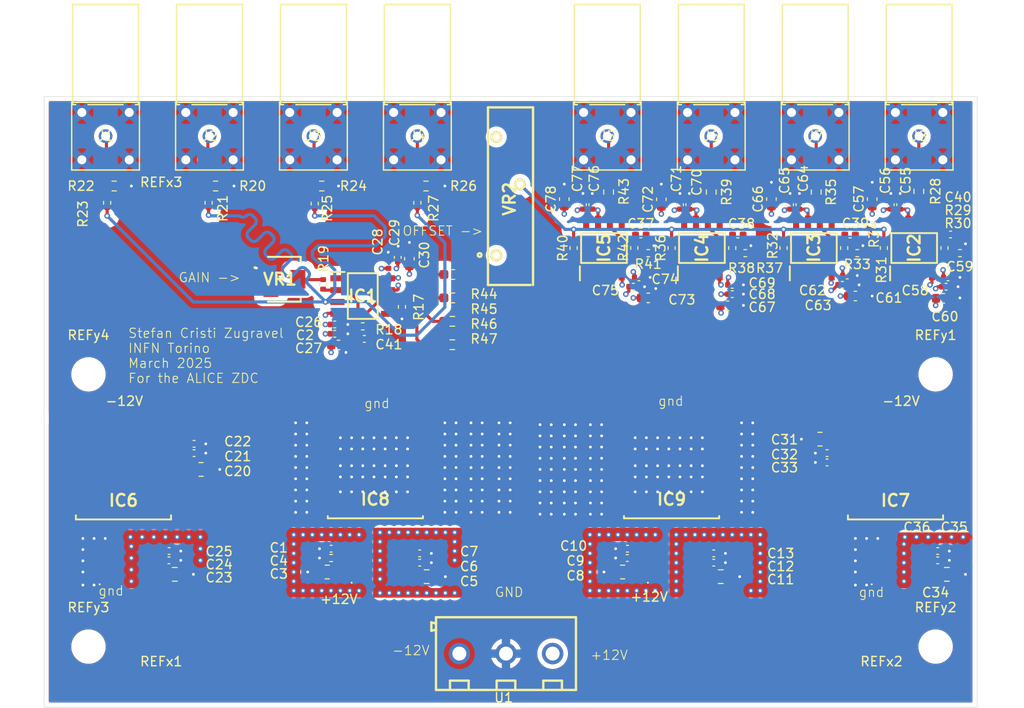
<source format=kicad_pcb>
(kicad_pcb (version 20241229) (generator "pcbnew") (generator_version "9.0")
  (layers (0 "F.Cu" signal) (4 "In1.Cu" signal) (6 "In2.Cu" signal) (8 "In3.Cu" signal) (10 "In4.Cu" signal) (2 "B.Cu" signal) (13 "F.Paste" user) (15 "B.Paste" user) (5 "F.SilkS" user "F.Silkscreen") (7 "B.SilkS" user "B.Silkscreen") (1 "F.Mask" user) (3 "B.Mask" user) (25 "Edge.Cuts" user))
  (net 0 "")
  (net 1 "GND")
  (net 2 "+12V_NIM")
  (net 3 "-5V_stg1")
  (net 4 "+5V_stg1")
  (net 5 "+5V_stg2")
  (net 6 "-12V_NIM")
  (net 7 "-5V_stg2")
  (net 10 "Net-(IC1-NONINVERTING_INPUT)")
  (net 11 "Net-(IC1-OUTPUT)")
  (net 12 "Net-(IC1-INVERTING_INPUT)")
  (net 16 "Net-(IC2-OUT)")
  (net 17 "Net-(IC2--IN)")
  (net 21 "Net-(IC3--IN)")
  (net 22 "Net-(IC3-OUT)")
  (net 23 "Net-(IC4--IN)")
  (net 24 "Net-(IC4-OUT)")
  (net 28 "Net-(IC5--IN)")
  (net 32 "Net-(IC5-OUT)")
  (net 33 "Net-(J1-Pad1)")
  (net 34 "Net-(J2-Pad1)")
  (net 35 "Net-(J3-Pad1)")
  (net 36 "Net-(J4-Pad1)")
  (net 37 "Net-(J5-Pad1)")
  (net 38 "Net-(J6-Pad1)")
  (net 39 "Net-(J7-Pad1)")
  (net 40 "Net-(J8-Pad1)")
  (net 41 "Net-(VR2-WIPER)")
  (net 42 "Net-(VR1-WIPER)")
  (net 44 "Net-(IC2-+IN)")
  (net 45 "Net-(IC3-+IN)")
  (net 46 "Net-(IC4-+IN)")
  (net 47 "Net-(IC5-+IN)")
  (footprint "Capacitor_SMD:C_0402_1005Metric_Pad0.74x0.62mm_HandSolder" (layer "F.Cu") (at 187.5675 132 180)
    (property "Reference" "C41")
    (property "Value" "NM")
  )
  (footprint "Library_footprints:SOIC127P600X175-8N" (layer "F.Cu") (at 213.25 122.25 90)
    (property "Reference" "IC5")
    (property "Value" "AD8009ARZ" (hide yes))
  )
  (footprint "Library_footprints:CONN_EPK.00.250.NTN_LMO" (layer "F.Cu") (at 159.83096 110.25)
    (property "Reference" "J1")
    (property "Value" "EPL.00.250.NTN")
  )
  (footprint "Capacitor_SMD:C_0402_1005Metric" (layer "F.Cu") (at 245 117.6 90)
    (property "Reference" "C55")
    (property "Value" "1n")
  )
  (footprint "Library_footprints:3224W1500E" (layer "F.Cu") (at 179 125.6)
    (property "Reference" "VR1")
    (property "Value" "3224W-1-500E" (hide yes))
  )
  (footprint "Resistor_SMD:R_0603_1608Metric_Pad0.98x0.95mm_HandSolder" (layer "F.Cu") (at 197 125.09)
    (property "Reference" "R44")
    (property "Value" "0")
  )
  (footprint "Library_footprints:L7805ACD2TTR" (layer "F.Cu") (at 220.5 149)
    (property "Reference" "IC9")
    (property "Value" "L7805ACD2T-TR" (hide yes))
  )
  (footprint "Capacitor_SMD:C_0402_1005Metric" (layer "F.Cu") (at 184.01 154.5 180)
    (property "Reference" "C1")
    (property "Value" "100n")
  )
  (footprint "Resistor_SMD:R_0603_1608Metric" (layer "F.Cu") (at 183 115.6)
    (property "Reference" "R24")
    (property "Value" "50")
  )
  (footprint "Capacitor_SMD:C_0603_1608Metric" (layer "F.Cu") (at 226.5 128.45)
    (property "Reference" "C67")
    (property "Value" "1u")
  )
  (footprint "Resistor_SMD:R_0402_1005Metric" (layer "F.Cu") (at 160 117.4 -90)
    (property "Reference" "R23")
    (property "Value" "50")
  )
  (footprint "Capacitor_SMD:C_0402_1005Metric" (layer "F.Cu") (at 166.625 155.75 180)
    (property "Reference" "C24")
    (property "Value" "100n")
  )
  (footprint "Resistor_SMD:R_0603_1608Metric" (layer "F.Cu") (at 160.75 115.6)
    (property "Reference" "R22")
    (property "Value" "50")
  )
  (footprint "Capacitor_SMD:C_0402_1005Metric_Pad0.74x0.62mm_HandSolder" (layer "F.Cu") (at 250.4 120.8)
    (property "Reference" "C40")
    (property "Value" "NM")
  )
  (footprint "Library_footprints:CONN_EPK.00.250.NTN_LMO" (layer "F.Cu") (at 170.97064 110.25)
    (property "Reference" "J2")
    (property "Value" "EPL.00.250.NTN")
  )
  (footprint "Resistor_SMD:R_0603_1608Metric" (layer "F.Cu") (at 194.175 115.6)
    (property "Reference" "R26")
    (property "Value" "50")
  )
  (footprint "Resistor_SMD:R_0402_1005Metric" (layer "F.Cu") (at 182.25 117.49 -90)
    (property "Reference" "R25")
    (property "Value" "50")
  )
  (footprint "Resistor_SMD:R_0805_2012Metric" (layer "F.Cu") (at 183.5875 157 180)
    (property "Reference" "C3")
    (property "Value" "10u")
  )
  (footprint "Resistor_SMD:R_0402_1005Metric" (layer "F.Cu") (at 249.75 122.25 90)
    (property "Reference" "R29")
    (property "Value" "250")
  )
  (footprint "Library_footprints:CONN-TH_XY126V-5.0-3P" (layer "F.Cu") (at 202.75 165.75 180)
    (property "Reference" "U1")
    (property "Value" "~")
  )
  (footprint "Resistor_SMD:R_0603_1608Metric" (layer "F.Cu") (at 247 116.175 90)
    (property "Reference" "R28")
    (property "Value" "51")
  )
  (footprint "MountingHole:MountingHole_3.2mm_M3" (layer "F.Cu") (at 248.8 165)
    (property "Reference" "REFy2")
    (property "Value" "MountingHole_3.2mm_M3")
  )
  (footprint "Resistor_SMD:R_0603_1608Metric" (layer "F.Cu") (at 171.625 115.6)
    (property "Reference" "R20")
    (property "Value" "50")
  )
  (footprint "Resistor_SMD:R_0402_1005Metric" (layer "F.Cu") (at 183.15 126.15 -90)
    (property "Reference" "R19")
    (property "Value" "100")
  )
  (footprint "Library_footprints:CONN_EPK.00.250.NTN_LMO" (layer "F.Cu") (at 224.75 110.25)
    (property "Reference" "J6")
    (property "Value" "EPL.00.250.NTN")
  )
  (footprint "Capacitor_SMD:C_0603_1608Metric" (layer "F.Cu") (at 240.2 127.4)
    (property "Reference" "C61")
    (property "Value" "1u")
  )
  (footprint "Capacitor_SMD:C_0805_2012Metric" (layer "F.Cu") (at 250 157.25 180)
    (property "Reference" "C34")
    (property "Value" "10u")
  )
  (footprint "Library_footprints:3006P_1" (layer "F.Cu") (at 205.64862 126.2135 90)
    (property "Reference" "VR2")
    (property "Value" "3006P-1-502LF" (hide yes))
  )
  (footprint "Capacitor_SMD:C_0402_1005Metric" (layer "F.Cu") (at 211 117.6 90)
    (property "Reference" "C77")
    (property "Value" "100n")
  )
  (footprint "Capacitor_SMD:C_0603_1608Metric" (layer "F.Cu") (at 184.8 132.65)
    (property "Reference" "C27")
    (property "Value" "1u")
  )
  (footprint "Resistor_SMD:R_0402_1005Metric" (layer "F.Cu") (at 193.25 117.4 -90)
    (property "Reference" "R27")
    (property "Value" "50")
  )
  (footprint "MountingHole:MountingHole_3.2mm_M3" (layer "F.Cu") (at 158 135.8)
    (property "Reference" "REFy4")
    (property "Value" "MountingHole_3.2mm_M3")
  )
  (footprint "Library_footprints:CONN_EPK.00.250.NTN_LMO" (layer "F.Cu") (at 235.88968 110.25)
    (property "Reference" "J7")
    (property "Value" "EPL.00.250.NTN")
  )
  (footprint "Resistor_SMD:R_0402_1005Metric" (layer "F.Cu") (at 216.5 122.25 90)
    (property "Reference" "R42")
    (property "Value" "250")
  )
  (footprint "Capacitor_SMD:C_0402_1005Metric_Pad0.74x0.62mm_HandSolder" (layer "F.Cu") (at 239.6325 120.8)
    (property "Reference" "C39")
    (property "Value" "NM")
  )
  (footprint "Capacitor_SMD:C_0603_1608Metric" (layer "F.Cu") (at 219.4 117.025 90)
    (property "Reference" "C72")
    (property "Value" "1u")
  )
  (footprint "Capacitor_SMD:C_0603_1608Metric" (layer "F.Cu") (at 242 117 90)
    (property "Reference" "C57")
    (property "Value" "1u")
  )
  (footprint "Library_footprints:CONN_EPK.00.250.NTN_LMO" (layer "F.Cu") (at 193.25 110.25)
    (property "Reference" "J4")
    (property "Value" "EPL.00.250.NTN")
  )
  (footprint "Library_footprints:SOIC127P600X175-8N" (layer "F.Cu") (at 235.75 122.25 90)
    (property "Reference" "IC3")
    (property "Value" "AD8009ARZ" (hide yes))
  )
  (footprint "Resistor_SMD:R_0402_1005Metric" (layer "F.Cu") (at 191.6 128.56 90)
    (property "Reference" "R17")
    (property "Value" "123")
  )
  (footprint "Resistor_SMD:R_0402_1005Metric" (layer "F.Cu") (at 220.5 122.25 90)
    (property "Reference" "R36")
    (property "Value" "2k")
  )
  (footprint "Capacitor_SMD:C_0402_1005Metric" (layer "F.Cu") (at 238.8 126.2)
    (property "Reference" "C63")
    (property "Value" "1n")
  )
  (footprint "Capacitor_SMD:C_0402_1005Metric" (layer "F.Cu") (at 169.32125 144.25 180)
    (property "Reference" "C21")
    (property "Value" "1u")
  )
  (footprint "Capacitor_SMD:C_0402_1005Metric" (layer "F.Cu") (at 249.02 155.75 180)
    (property "Reference" "C35")
    (property "Value" "100n")
  )
  (footprint "Capacitor_SMD:C_0603_1608Metric" (layer "F.Cu") (at 249.62 127.65)
    (property "Reference" "C60")
    (property "Value" "1u")
  )
  (footprint "Fiducial:Fiducial_1mm_Mask2mm" (layer "F.Cu") (at 165.8 117.2)
    (property "Reference" "REFx3")
    (property "Value" "Fiducial_1mm_Mask2mm")
  )
  (footprint "Resistor_SMD:R_0603_1608Metric_Pad0.98x0.95mm_HandSolder" (layer "F.Cu") (at 197 132.62)
    (property "Reference" "R47")
    (property "Value" "0")
  )
  (footprint "Capacitor_SMD:C_0402_1005Metric" (layer "F.Cu") (at 233.2 117.6 90)
    (property "Reference" "C65")
    (property "Value" "100n")
  )
  (footprint "Capacitor_SMD:C_0402_1005Metric" (layer "F.Cu") (at 227 127.2)
    (property "Reference" "C68")
    (property "Value" "100n")
  )
  (footprint "Capacitor_SMD:C_0402_1005Metric" (layer "F.Cu") (at 193.5 155)
    (property "Reference" "C7")
    (property "Value" "1n")
  )
  (footprint "Capacitor_SMD:C_0402_1005Metric" (layer "F.Cu") (at 215.75 155.5 180)
    (property "Reference" "C9")
    (property "Value" "1u")
  )
  (footprint "Capacitor_SMD:C_0402_1005Metric" (layer "F.Cu") (at 166.645 154.75 180)
    (property "Reference" "C25")
    (property "Value" "1n")
  )
  (footprint "Capacitor_SMD:C_0402_1005Metric" (layer "F.Cu") (at 212 117.6 90)
    (property "Reference" "C76")
    (property "Value" "1n")
  )
  (footprint "Resistor_SMD:R_0402_1005Metric" (layer "F.Cu") (at 232.5 122.25 90)
    (property "Reference" "R32")
    (property "Value" "2k")
  )
  (footprint "Resistor_SMD:R_0402_1005Metric" (layer "F.Cu") (at 187.4 130.65 180)
    (property "Reference" "R18")
    (property "Value" "402")
  )
  (footprint "Capacitor_SMD:C_0603_1608Metric" (layer "F.Cu") (at 231.2 117 90)
    (property "Reference" "C66")
    (property "Value" "1u")
  )
  (footprint "Capacitor_SMD:C_0402_1005Metric" (layer "F.Cu") (at 244 117.6 90)
    (property "Reference" "C56")
    (property "Value" "100n")
  )
  (footprint "Capacitor_SMD:C_0402_1005Metric" (layer "F.Cu") (at 169.32125 143.25 180)
    (property "Reference" "C22")
    (property "Value" "100n")
  )
  (footprint "Resistor_SMD:R_0603_1608Metric_Pad0.98x0.95mm_HandSolder" (layer "F.Cu") (at 197 130.11)
    (property "Reference" "R46")
    (property "Value" "0")
  )
  (footprint "Capacitor_SMD:C_0603_1608Metric" (layer "F.Cu") (at 192.4 123.4 90)
    (property "Reference" "C30")
    (property "Value" "1u")
  )
  (footprint "Capacitor_SMD:C_0805_2012Metric" (layer "F.Cu") (at 225.77 157.5)
    (property "Reference" "C11")
    (property "Value" "10u")
  )
  (footprint "Resistor_SMD:R_0402_1005Metric" (layer "F.Cu") (at 240.4 122.8 180)
    (property "Reference" "R33")
    (property "Value" "250")
  )
  (footprint "Capacitor_SMD:C_0402_1005Metric" (layer "F.Cu") (at 193.5 156)
    (property "Reference" "C6")
    (property "Value" "100n")
  )
  (footprint "Capacitor_SMD:C_0805_2012Metric" (layer "F.Cu") (at 167.25 157.25 180)
    (property "Reference" "C23")
    (property "Value" "10u")
  )
  (footprint "Resistor_SMD:R_0402_1005Metric" (layer "F.Cu") (at 251.4 122.8 180)
    (property "Reference" "R30")
    (property "Value" "250")
  )
  (footprint "Capacitor_SMD:C_0402_1005Metric" (layer "F.Cu") (at 184.4 131.45)
    (property "Reference" "C2")
    (property "Value" "1n")
  )
  (footprint "Capacitor_SMD:C_0402_1005Metric" (layer "F.Cu") (at 225.02 156)
    (property "Reference" "C12")
    (property "Value" "100n")
  )
  (footprint "Resistor_SMD:R_0402_1005Metric" (layer "F.Cu") (at 239 122.25 90)
    (property "Reference" "R34")
    (property "Value" "250")
  )
  (footprint "Capacitor_SMD:C_0402_1005Metric" (layer "F.Cu") (at 239.32 125.2)
    (property "Reference" "C62")
    (property "Value" "100n")
  )
  (footprint "Capacitor_SMD:C_0402_1005Metric" (layer "F.Cu") (at 237.1625 145.25)
    (property "Reference" "C33")
    (property "Value" "100n")
  )
  (footprint "Capacitor_SMD:C_0402_1005Metric" (layer "F.Cu") (at 234.2 117.6 90)
    (property "Reference" "C64")
    (property "Value" "1n")
  )
  (footprint "Capacitor_SMD:C_0402_1005Metric" (layer "F.Cu") (at 184.4 130.45)
    (property "Reference" "C26")
    (property "Value" "100n")
  )
  (footprint "Resistor_SMD:R_0603_1608Metric" (layer "F.Cu") (at 236 116.25 90)
    (property "Reference" "R35")
    (property "Value" "51")
  )
  (footprint "Resistor_SMD:R_0402_1005Metric" (layer "F.Cu") (at 243.25 122.25 90)
    (property "Reference" "R31")
    (property "Value" "2k")
  )
  (footprint "Resistor_SMD:R_0402_1005Metric" (layer "F.Cu") (at 218 122.8 180)
    (property "Reference" "R41")
    (property "Value" "250")
  )
  (footprint "Resistor_SMD:R_0603_1608Metric" (layer "F.Cu") (at 224.75 116.25 90)
    (property "Reference" "R39")
    (property "Value" "51")
  )
  (footprint "Capacitor_SMD:C_0402_1005Metric_Pad0.74x0.62mm_HandSolder" (layer "F.Cu") (at 227.6 120.8)
    (property "Reference" "C38")
    (property "Value" "NM")
  )
  (footprint "Capacitor_SMD:C_0402_1005Metric" (layer "F.Cu") (at 249.02 154.75 180)
    (property "Reference" "C36")
    (property "Value" "1n")
  )
  (footprint "Resistor_SMD:R_0805_2012Metric" (layer "F.Cu") (at 170.07125 146 180)
    (property "Reference" "C20")
    (property "Value" "10u")
  )
  (footprint "Resistor_SMD:R_0402_1005Metric" (layer "F.Cu") (at 170.875 117.4 -90)
    (property "Reference" "R21")
    (property "Value" "50")
  )
  (footprint "Resistor_SMD:R_0603_1608Metric_Pad0.98x0.95mm_HandSolder" (layer "F.Cu") (at 197 127.6)
    (property "Reference" "R45")
    (property "Value" "0")
  )
  (footprint "Resistor_SMD:R_0805_2012Metric" (layer "F.Cu") (at 236.4125 142.75)
    (property "Reference" "C31")
    (property "Value" "10u")
  )
  (footprint "Capacitor_SMD:C_0402_1005Metric" (layer "F.Cu") (at 225.02 155)
    (property "Reference" "C13")
    (property "Value" "1n")
  )
  (footprint "Capacitor_SMD:C_0402_1005Metric" (layer "F.Cu") (at 190.15 123.95 90)
    (property "Reference" "C28")
    (property "Value" "1n")
  )
  (footprint "Capacitor_SMD:C_0402_1005Metric" (layer "F.Cu") (at 227 126.2)
    (property "Reference" "C69")
    (property "Value" "1n")
  )
  (footprint "Capacitor_SMD:C_0402_1005Metric" (layer "F.Cu") (at 221.4 117.6 90)
    (property "Reference" "C71")
    (property "Value" "100n")
  )
  (footprint "Resistor_SMD:R_0402_1005Metric" (layer "F.Cu") (at 210 122.25 90)
    (property "Reference" "R40")
    (property "Value" "2k")
  )
  (footprint "Capacitor_SMD:C_0402_1005Metric_Pad0.74x0.62mm_HandSolder" (layer "F.Cu") (at 217.2 120.8)
    (property "Reference" "C37")
    (property "Value" "NM")
  )
  (footprint "Fiducial:Fiducial_1mm_Mask2mm" (layer "F.Cu") (at 165.8 168.6)
    (property "Reference" "REFx1")
    (property "Value" "Fiducial_1mm_Mask2mm")
  )
  (footprint "Resistor_SMD:R_0402_1005Metric" (layer "F.Cu") (at 228.4 122.8 180)
    (property "Reference" "R37")
    (property "Value" "250")
  )
  (footprint "MountingHole:MountingHole_3.2mm_M3" (layer "F.Cu") (at 158 165)
    (property "Reference" "REFy3")
    (property "Value" "MountingHole_3.2mm_M3")
  )
  (footprint "Capacitor_SMD:C_0402_1005Metric" (layer "F.Cu") (at 217 125.4)
    (property "Reference" "C74")
    (property "Value" "100n")
  )
  (footprint "Library_footprints:SOIC127P600X175-8N" (layer "F.Cu") (at 223.75 122.25 90)
    (property "Reference" "IC4")
    (property "Value" "AD8009ARZ" (hide yes))
  )
  (footprint "Capacitor_SMD:C_0402_1005Metric" (layer "F.Cu") (at 237.1625 144.25)
    (property "Reference" "C32")
    (property "Value" "1u")
  )
  (footprint "Resistor_SMD:R_0402_1005Metric" (layer "F.Cu") (at 227 122.25 90)
    (property "Reference" "R38")
    (property "Value" "250")
  )
  (footprint "Fiducial:Fiducial_1mm_Mask2mm" (layer "F.Cu") (at 243 168.6)
    (property "Reference" "REFx2")
    (property "Value" "Fiducial_1mm_Mask2mm")
  )
  (footprint "MountingHole:MountingHole_3.2mm_M3" (layer "F.Cu") (at 248.8 135.8)
    (property "Reference" "REFy1")
    (property "Value" "MountingHole_3.2mm_M3")
  )
  (footprint "Capacitor_SMD:C_0402_1005Metric" (layer "F.Cu") (at 216.4 126.4)
    (property "Reference" "C75")
    (property "Value" "1n")
  )
  (footprint "Library_footprints:STB20N95K5" (layer "F.Cu") (at 161.75 149.118)
    (property "Reference" "IC6")
    (property "Value" "L7905ACD2T-TR" (hide yes))
  )
  (footprint "Capacitor_SMD:C_0805_2012Metric" (layer "F.Cu") (at 194.25 157.5)
    (property "Reference" "C5")
    (property "Value" "10u")
  )
  (footprint "Capacitor_SMD:C_0402_1005Metric" (layer "F.Cu") (at 249.92 126.4)
    (property "Reference" "C58")
    (property "Value" "1n")
  )
  (footprint "Capacitor_SMD:C_0402_1005Metric" (layer "F.Cu") (at 222.4 117.6 90)
    (property "Reference" "C70")
    (property "Value" "1n")
  )
  (footprint "Library_footprints:SOIC127P600X175-8N" (layer "F.Cu") (at 246.5 122.25 90)
    (property "Reference" "IC2")
    (property "Value" "AD8009ARZ" (hide yes))
  )
  (footprint "Capacitor_SMD:C_0402_1005Metric" (layer "F.Cu") (at 215.77 154.5 180)
    (property "Reference" "C10")
    (property "Value" "100n")
  )
  (footprint "Capacitor_SMD:C_0603_1608Metric" (layer "F.Cu") (at 218 127.6)
    (property "Reference" "C73")
    (property "Value" "1u")
  )
  (footprint "Capacitor_SMD:C_0402_1005Metric" (layer "F.Cu") (at 250.12 125.4)
    (property "Reference" "C59")
    (property "Value" "100n")
  )
  (footprint "Library_footprints:CONN_EPK.00.250.NTN_LMO" (layer "F.Cu") (at 213.61032 110.25)
    (property "Reference" "J5")
    (property "Value" "EPL.00.250.NTN")
  )
  (footprint "Resistor_SMD:R_0402_1005Metric" (layer "F.Cu") (at 184.01 155.5 180)
    (property "Reference" "C4")
    (property "Value" "1u")
  )
  (footprint "Library_footprints:STB20N95K5" (layer "F.Cu") (at 244.5 149.118)
    (property "Reference" "IC7")
    (property "Value" "L7905ACD2T-TR" (hide yes))
  )
  (footprint "Library_footprints:CONN_EPK.00.250.NTN_LMO" (layer "F.Cu") (at 182.11032 110.25)
    (property "Reference" "J3")
    (property "Value" "EPL.00.250.NTN")
  )
  (footprint "Library_footprints:CONN_EPK.00.250.NTN_LMO" (layer "F.Cu") (at 247.02936 110.25)
    (property "Reference" "J8")
    (property "Value" "EPL.00.250.NTN")
  )
  (footprint "Resistor_SMD:R_0603_1608Metric" (layer "F.Cu") (at 213.75 116.25 90)
    (property "Reference" "R43")
    (property "Value" "51")
  )
  (footprint "Library_footprints:L7805ACD2TTR" (layer "F.Cu") (at 188.75 149)
    (property "Reference" "IC8")
    (property "Value" "L7805ACD2T-TR" (hide yes))
  )
  (footprint "Resistor_SMD:R_0805_2012Metric" (layer "F.Cu") (at 215.25 157 180)
    (property "Reference" "C8")
    (property "Value" "10u")
  )
  (footprint "Library_footprints:SOIC127P600X175-8N" (layer "F.Cu") (at 187.4 127.4)
    (property "Reference" "IC1")
    (property "Value" "OPA695IDR" (hide yes))
  )
  (footprint "Capacitor_SMD:C_0402_1005Metric" (layer "F.Cu") (at 191.15 123.25 90)
    (property "Reference" "C29")
    (property "Value" "100n")
  )
  (footprint "Capacitor_SMD:C_0603_1608Metric" (layer "F.Cu") (at 209 117 90)
    (property "Reference" "C78")
    (property "Value" "1u")
  )
  (gr_rect (start 153.25 106) (end 253.25 171.5) (stroke (width 0.05)) (fill no) (layer "Edge.Cuts"))
  (gr_text "-12V" (at 190.5 166 0) (layer "F.SilkS") (effects (font (size 1 1) (thickness 0.1)) (justify left bottom)))
  (gr_text "OFFSET ->" (at 191.6 121 0) (layer "F.SilkS") (effects (font (size 1 1) (thickness 0.1)) (justify left bottom)))
  (gr_text "GAIN ->" (at 167.6 126 0) (layer "F.SilkS") (effects (font (size 1 1) (thickness 0.1)) (justify left bottom)))
  (gr_text "+12V" (at 216 160.25 0) (layer "F.SilkS") (effects (font (size 1 1)) (justify left bottom)))
  (gr_text "Stefan Cristi Zugravel\nINFN Torino\nMarch 2025\nFor the ALICE ZDC" (at 162.2 136.8 0) (layer "F.SilkS") (effects (font (size 1 1) (thickness 0.1)) (justify left bottom)))
  (gr_text "gnd\n" (at 219 139.25 0) (layer "F.SilkS") (effects (font (size 1 1) (thickness 0.1)) (justify left bottom)))
  (gr_text "gnd\n" (at 159 159.6 0) (layer "F.SilkS") (effects (font (size 1 1) (thickness 0.1)) (justify left bottom)))
  (gr_text "-12V" (at 243 139.25 0) (layer "F.SilkS") (effects (font (size 1 1)) (justify left bottom)))
  (gr_text "gnd\n" (at 240.5 159.75 0) (layer "F.SilkS") (effects (font (size 1 1) (thickness 0.1)) (justify left bottom)))
  (gr_text "+12V\n" (at 211.75 166.5 0) (layer "F.SilkS") (effects (font (size 1 1) (thickness 0.1)) (justify left bottom)))
  (gr_text "gnd\n" (at 187.5 139.5 0) (layer "F.SilkS") (effects (font (size 1 1) (thickness 0.1)) (justify left bottom)))
  (gr_text "-12V" (at 159.75 139.25 0) (layer "F.SilkS") (effects (font (size 1 1)) (justify left bottom)))
  (gr_text "+12V" (at 182.75 160.5 0) (layer "F.SilkS") (effects (font (size 1 1)) (justify left bottom)))
  (gr_text "GND\n" (at 201.5 159.75 0) (layer "F.SilkS") (effects (font (size 1 1) (thickness 0.1)) (justify left bottom)))
  (segment (start 182.675 157) (end 182.675 156.565) (width 0.3353) (layer "F.Cu") (net 1))
  (segment (start 192.4 121.65) (end 192.4 122.625) (width 0.3353) (layer "F.Cu") (net 1))
  (segment (start 250.4 126.4) (end 251.2 126.4) (width 0.3353) (layer "F.Cu") (net 1))
  (segment (start 222.4 117.12) (end 222.4 116.4) (width 0.3353) (layer "F.Cu") (net 1))
  (segment (start 192.195 122.42) (end 192.4 122.625) (width 0.3353) (layer "F.Cu") (net 1))
  (segment (start 227.8 157.5) (end 226.72 157.5) (width 0.6) (layer "F.Cu") (net 1))
  (segment (start 191.2 122.05) (end 191.2 122.72) (width 0.3353) (layer "F.Cu") (net 1))
  (segment (start 239.8 125.2) (end 240.4 125.2) (width 0.3353) (layer "F.Cu") (net 1))
  (segment (start 195.2 157.5) (end 195.2 157.22) (width 0.3353) (layer "F.Cu") (net 1))
  (segment (start 234.4125 142.75) (end 235.5 142.75) (width 0.6) (layer "F.Cu") (net 1))
  (segment (start 250.395 127.65) (end 251.35 127.65) (width 0.3353) (layer "F.Cu") (net 1))
  (segment (start 250.27 154.75) (end 249.5 154.75) (width 0.6) (layer "F.Cu") (net 1))
  (segment (start 235.9125 144.25) (end 236.6825 144.25) (width 0.6) (layer "F.Cu") (net 1))
  (segment (start 239.28 126.2) (end 240.6 126.2) (width 0.3353) (layer "F.Cu") (net 1))
  (segment (start 240.975 127.4) (end 242 127.4) (width 0.3353) (layer "F.Cu") (net 1))
  (segment (start 240.91 122.09) (end 241 122) (width 0.3353) (layer "F.Cu") (net 1))
  (segment (start 185.575 132.65) (end 185.575 133.425) (width 0.3353) (layer "F.Cu") (net 1))
  (segment (start 236.6625 145.27) (end 236.6825 145.25) (width 0.3353) (layer "F.Cu") (net 1))
  (segment (start 227.48 126.2) (end 228.2 126.2) (width 0.3353) (layer "F.Cu") (net 1))
  (segment (start 209 116.225) (end 209 115.4) (width 0.3353) (layer "F.Cu") (net 1))
  (segment (start 191.2 122.72) (end 191.15 122.77) (width 0.3353) (layer "F.Cu") (net 1))
  (segment (start 183.5 154.53) (end 183.53 154.5) (width 0.3353) (layer "F.Cu") (net 1))
  (segment (start 240.91 122.8) (end 240.91 122.09) (width 0.3353) (layer "F.Cu") (net 1))
  (segment (start 171.07125 146.0875) (end 170.98375 146) (width 0.3353) (layer "F.Cu") (net 1))
  (segment (start 252 121.8) (end 251.91 121.89) (width 0.3353) (layer "F.Cu") (net 1))
  (segment (start 231.2 116.225) (end 231.2 115.2) (width 0.3353) (layer "F.Cu") (net 1))
  (segment (start 218.775 127.6) (end 218.775 126.625) (width 0.3353) (layer "F.Cu") (net 1))
  (segment (start 211 117.12) (end 211 116.4) (width 0.3353) (layer "F.Cu") (net 1))
  (segment (start 215.27 154.52) (end 215.29 154.5) (width 0.3353) (layer "F.Cu") (net 1))
  (segment (start 169.25 157.25) (end 168.2 157.25) (width 0.6) (layer "F.Cu") (net 1))
  (segment (start 226.72 157.5) (end 226.72 157.22) (width 0.3353) (layer "F.Cu") (net 1))
  (segment (start 191.6 129.85) (end 191.6 129.07) (width 0.3353) (layer "F.Cu") (net 1))
  (segment (start 235.5 142.75) (end 235.5 143.0675) (width 0.3353) (layer "F.Cu") (net 1))
  (segment (start 169.80125 143.25) (end 170.57125 143.25) (width 0.6) (layer "F.Cu") (net 1))
  (segment (start 167.125 155.73) (end 167.105 155.75) (width 0.3353) (layer "F.Cu") (net 1))
  (segment (start 227.275 128.45) (end 228.15 128.45) (width 0.3353) (layer "F.Cu") (net 1))
  (segment (start 233.2 117.12) (end 233.2 116.4) (width 0.3353) (layer "F.Cu") (net 1))
  (segment (start 185.575 133.425) (end 185.6 133.45) (width 0.3353) (layer "F.Cu") (net 1))
  (segment (start 227.48 127.2) (end 228.2 127.2) (width 0.3353) (layer "F.Cu") (net 1))
  (segment (start 218.51 122.8) (end 218.51 122.09) (width 0.3353) (layer "F.Cu") (net 1))
  (segment (start 169.80125 144.25) (end 170.57125 144.25) (width 0.6) (layer "F.Cu") (net 1))
  (segment (start 214.5 155.5) (end 215.27 155.5) (width 0.6) (layer "F.Cu") (net 1))
  (segment (start 183.5 155.5) (end 182.76 155.5) (width 0.6) (layer "F.Cu") (net 1))
  (segment (start 161.575 115.6) (end 162.6 115.6) (width 0.3353) (layer "F.Cu") (net 1))
  (segment (start 213.25 157) (end 214.3375 157) (width 0.6) (layer "F.Cu") (net 1))
  (segment (start 193.98 156) (end 194.75 156) (width 0.6) (layer "F.Cu") (net 1))
  (segment (start 190.13 122.7) (end 190.13 123.45) (width 0.3353) (layer "F.Cu") (net 1))
  (segment (start 251 157.3) (end 250.95 157.25) (width 0.3353) (layer "F.Cu") (net 1))
  (segment (start 228.91 122.09) (end 229 122) (width 0.3353) (layer "F.Cu") (net 1))
  (segment (start 167.895 154.75) (end 167.125 154.75) (width 0.6) (layer "F.Cu") (net 1))
  (segment (start 167.895 155.75) (end 167.105 155.75) (width 0.6) (layer "F.Cu") (net 1))
  (segment (start 170.98375 146) (end 172.07125 146) (width 0.6) (layer "F.Cu") (net 1))
  (segment (start 172.45 115.6) (end 173.6 115.6) (width 0.3353) (layer "F.Cu") (net 1))
  (segment (start 252 157.25) (end 250.95 157.25) (width 0.6) (layer "F.Cu") (net 1))
  (segment (start 221.4 117.12) (end 221.4 116.4) (width 0.3353) (layer "F.Cu") (net 1))
  (segment (start 235.9125 145.25) (end 236.6825 145.25) (width 0.6) (layer "F.Cu") (net 1))
  (segment (start 176 124.4) (end 177.5 124.4) (width 0.3353) (layer "F.Cu") (net 1))
  (segment (start 251.91 121.89) (end 251.91 122.8) (width 0.3353) (layer "F.Cu") (net 1))
  (segment (start 184.88 131.45) (end 185.8 131.45) (width 0.3353) (layer "F.Cu") (net 1))
  (segment (start 218.51 122.09) (end 218.6 122) (width 0.3353) (layer "F.Cu") (net 1))
  (segment (start 251.35 127.65) (end 251.4 127.6) (width 0.3353) (layer "F.Cu") (net 1))
  (segment (start 250.95 157.25) (end 250.95 156.72) (width 0.3353) (layer "F.Cu") (net 1))
  (segment (start 183.825 115.6) (end 184.8 115.6) (width 0.3353) (layer "F.Cu") (net 1))
  (segment (start 177.5 124.4) (end 177.55 124.35) (width 0.3353) (layer "F.Cu") (net 1))
  (segment (start 227.48 128.245) (end 227.275 128.45) (width 0.3353) (layer "F.Cu") (net 1))
  (segment (start 219.4 116.25) (end 219.4 115.4) (width 0.3353) (layer "F.Cu") (net 1))
  (segment (start 245 117.12) (end 245 116.4) (width 0.3353) (layer "F.Cu") (net 1))
  (segment (start 193.98 155) (end 194.75 155) (width 0.6) (layer "F.Cu") (net 1))
  (segment (start 170.98375 146) (end 170.98375 145.4325) (width 0.3353) (layer "F.Cu") (net 1))
  (segment (start 242 116.225) (end 242 115.2) (width 0.3353) (layer "F.Cu") (net 1))
  (segment (start 250.6 125.4) (end 251.4 125.4) (width 0.3353) (layer "F.Cu") (net 1))
  (segment (start 214.3375 157) (end 214.3375 156.4325) (width 0.3353) (layer "F.Cu") (net 1))
  (segment (start 184.88 130.45) (end 185.8 130.45) (width 0.3353) (layer "F.Cu") (net 1))
  (segment (start 216.88 126.4) (end 217.6 126.4) (width 0.3353) (layer "F.Cu") (net 1))
  (segment (start 212 117.12) (end 212 116.4) (width 0.3353) (layer "F.Cu") (net 1))
  (segment (start 168.2 157.25) (end 168.2 156.99) (width 0.3353) (layer "F.Cu") (net 1))
  (segment (start 250.6 127.445) (end 250.395 127.65) (width 0.3353) (layer "F.Cu") (net 1))
  (segment (start 250.27 155.75) (end 249.5 155.75) (width 0.6) (layer "F.Cu") (net 1))
  (segment (start 217.48 125.4) (end 218.2 125.4) (width 0.3353) (layer "F.Cu") (net 1))
  (segment (start 182.675 157) (end 181.5 157) (width 0.6) (layer "F.Cu") (net 1))
  (segment (start 218.775 126.625) (end 218.8 126.6) (width 0.3353) (layer "F.Cu") (net 1))
  (segment (start 244 117.12) (end 244 116.4) (width 0.3353) (layer "F.Cu") (net 1))
  (segment (start 183.53 154.5) (end 182.76 154.5) (width 0.6) (layer "F.Cu") (net 1))
  (segment (start 228.15 128.45) (end 228.2 128.4) (width 0.3353) (layer "F.Cu") (net 1))
  (segment (start 228.91 122.8) (end 228.91 122.09) (width 0.3353) (layer "F.Cu") (net 1))
  (segment (start 225.5 156) (end 226.27 156) (width 0.6) (layer "F.Cu") (net 1))
  (segment (start 168.25 157.3) (end 168.2 157.25) (width 0.3353) (layer "F.Cu") (net 1))
  (segment (start 195.2 157.5) (end 196.25 157.5) (width 0.6) (layer "F.Cu") (net 1))
  (segment (start 190.13 123.45) (end 190.15 123.47) (width 0.3353) (layer "F.Cu") (net 1))
  (segment (start 234.2 117.12) (end 234.2 116.4) (width 0.3353) (layer "F.Cu") (net 1))
  (segment (start 225.5 155) (end 226.27 155) (width 0.6) (layer "F.Cu") (net 1))
  (segment (start 214.5 154.5) (end 215.29 154.5) (width 0.6) (layer "F.Cu") (net 1))
  (segment (start 195 115.6) (end 196.2 115.6) (width 0.3353) (layer "F.Cu") (net 1))
  (via (at 199 150.6) (size 0.6) (drill 0.3) (layers "F.Cu" "B.Cu") (net 1))
  (via (at 196.2 147) (size 0.6) (drill 0.3) (layers "F.Cu" "B.Cu") (net 1))
  (via (at 203.2 144.6) (size 0.6) (drill 0.3) (layers "F.Cu" "B.Cu") (net 1))
  (via (at 221.4 143.8) (size 0.6) (drill 0.3) (layers "F.Cu" "B.Cu") (net 1))
  (via (at 218.8 126.6) (size 0.6) (drill 0.3) (layers "F.Cu" "B.Cu") (net 1))
  (via (at 220.2 142.6) (size 0.6) (drill 0.3) (layers "F.Cu" "B.Cu") (net 1))
  (via (at 210.2 150.8) (size 0.6) (drill 0.3) (layers "F.Cu" "B.Cu") (net 1))
  (via (at 180.2 144.6) (size 0.6) (drill 0.3) (layers "F.Cu" "B.Cu") (net 1))
  (via (at 173.6 115.6) (size 0.6) (drill 0.3) (layers "F.Cu" "B.Cu") (net 1))
  (via (at 220.2 143.8) (size 0.6) (drill 0.3) (layers "F.Cu" "B.Cu") (net 1))
  (via (at 222.6 146.8) (size 0.6) (drill 0.3) (layers "F.Cu" "B.Cu") (net 1))
  (via (at 185.8 131.45) (size 0.6) (drill 0.3) (layers "F.Cu" "B.Cu") (net 1))
  (via (at 220.2 146.8) (size 0.6) (drill 0.3) (layers "F.Cu" "B.Cu") (net 1))
  (via (at 207.6 141.2) (size 0.6) (drill 0.3) (layers "F.Cu" "B.Cu") (net 1))
  (via (at 202 147) (size 0.6) (drill 0.3) (layers "F.Cu" "B.Cu") (net 1))
  (via (at 191 142.6) (size 0.6) (drill 0.3) (layers "F.Cu" "B.Cu") (net 1))
  (via (at 222.6 142.6) (size 0.6) (drill 0.3) (layers "F.Cu" "B.Cu") (net 1))
  (via (at 211.8 150.8) (size 0.6) (drill 0.3) (layers "F.Cu" "B.Cu") (net 1))
  (via (at 207.6 149.6) (size 0.6) (drill 0.3) (layers "F.Cu" "B.Cu") (net 1))
  (via (at 192.2 142.6) (size 0.6) (drill 0.3) (layers "F.Cu" "B.Cu") (net 1))
  (via (at 207.6 143.6) (size 0.6) (drill 0.3) (layers "F.Cu" "B.Cu") (net 1))
  (via (at 209 148.4) (size 0.6) (drill 0.3) (layers "F.Cu" "B.Cu") (net 1))
  (via (at 199 148.2) (size 0.6) (drill 0.3) (layers "F.Cu" "B.Cu") (net 1))
  (via (at 185.8 130.45) (size 0.6) (drill 0.3) (layers "F.Cu" "B.Cu") (net 1))
  (via (at 223.8 146.8) (size 0.6) (drill 0.3) (layers "F.Cu" "B.Cu") (net 1))
  (via (at 214.5 154.5) (size 0.6) (drill 0.3) (layers "F.Cu" "B.Cu") (net 1))
  (via (at 229.2 143.4) (size 0.6) (drill 0.3) (layers "F.Cu" "B.Cu") (net 1))
  (via (at 234.4125 142.75) (size 0.6) (drill 0.3) (layers "F.Cu" "B.Cu") (net 1))
  (via (at 221.4 116.4) (size 0.6) (drill 0.3) (layers "F.Cu" "B.Cu") (net 1))
  (via (at 202 148.2) (size 0.6) (drill 0.3) (layers "F.Cu" "B.Cu") (net 1))
  (via (at 192.2 148.4) (size 0.6) (drill 0.3) (layers "F.Cu" "B.Cu") (net 1))
  (via (at 202 144.6) (size 0.6) (drill 0.3) (layers "F.Cu" "B.Cu") (net 1))
  (via (at 203.2 150.6) (size 0.6) (drill 0.3) (layers "F.Cu" "B.Cu") (net 1))
  (via (at 218.2 125.4) (size 0.6) (drill 0.3) (layers "F.Cu" "B.Cu") (net 1))
  (via (at 199 145.8) (size 0.6) (drill 0.3) (layers "F.Cu" "B.Cu") (net 1))
  (via (at 231.2 115.2) (size 0.6) (drill 0.3) (layers "F.Cu" "B.Cu") (net 1))
  (via (at 200.2 144.6) (size 0.6) (drill 0.3) (layers "F.Cu" "B.Cu") (net 1))
  (via (at 189.8 148.4) (size 0.6) (drill 0.3) (layers "F.Cu" "B.Cu") (net 1))
  (via (at 194.75 156) (size 0.6) (drill 0.3) (layers "F.Cu" "B.Cu") (net 1))
  (via (at 202 149.4) (size 0.6) (drill 0.3) (layers "F.Cu" "B.Cu") (net 1))
  (via (at 223.8 143.8) (size 0.6) (drill 0.3) (layers "F.Cu" "B.Cu") (net 1))
  (via (at 211 116.4) (size 0.6) (drill 0.3) (layers "F.Cu" "B.Cu") (net 1))
  (via (at 207.6 144.8) (size 0.6) (drill 0.3) (layers "F.Cu" "B.Cu") (net 1))
  (via (at 209 115.4) (size 0.6) (drill 0.3) (layers "F.Cu" "B.Cu") (net 1))
  (via (at 221.4 145.6) (size 0.6) (drill 0.3) (layers "F.Cu" "B.Cu") (net 1))
  (via (at 181.4 149.4) (size 0.6) (drill 0.3) (layers "F.Cu" "B.Cu") (net 1))
  (via (at 206.4 147.2) (size 0.6) (drill 0.3) (layers "F.Cu" "B.Cu") (net 1))
  (via (at 229 122) (size 0.6) (drill 0.3) (layers "F.Cu" "B.Cu") (net 1))
  (via (at 210.2 148.4) (size 0.6) (drill 0.3) (layers "F.Cu" "B.Cu") (net 1))
  (via (at 203.2 143.4) (size 0.6) (drill 0.3) (layers "F.Cu" "B.Cu") (net 1))
  (via (at 211.8 146) (size 0.6) (drill 0.3) (layers "F.Cu" "B.Cu") (net 1))
  (via (at 176 124.4) (size 0.6) (drill 0.3) (layers "F.Cu" "B.Cu") (net 1))
  (via (at 219 145.6) (size 0.6) (drill 0.3) (layers "F.Cu" "B.Cu") (net 1))
  (via (at 234.2 116.4) (size 0.6) (drill 0.3) (layers "F.Cu" "B.Cu") (net 1))
  (via (at 206.4 143.6) (size 0.6) (drill 0.3) (layers "F.Cu" "B.Cu") (net 1))
  (via (at 211.8 144.8) (size 0.6) (drill 0.3) (layers "F.Cu" "B.Cu") (net 1))
  (via (at 192.2 143.8) (size 0.6) (drill 0.3) (layers "F.Cu" "B.Cu") (net 1))
  (via (at 203.2 145.8) (size 0.6) (drill 0.3) (layers "F.Cu" "B.Cu") (net 1))
  (via (at 228 144.6) (size 0.6) (drill 0.3) (layers "F.Cu" "B.Cu") (net 1))
  (via (at 250.27 154.75) (size 0.6) (drill 0.3) (layers "F.Cu" "B.Cu") (net 1))
  (via (at 240.2 153.4) (size 0.6) (drill 0.3) (layers "F.Cu" "B.Cu") (net 1))
  (via (at 197.4 145.8) (size 0.6) (drill 0.3) (layers "F.Cu" "B.Cu") (net 1))
  (via (at 206.4 149.6) (size 0.6) (drill 0.3) (layers "F.Cu" "B.Cu") (net 1))
  (via (at 192.4 121.65) (size 0.6) (drill 0.3) (layers "F.Cu" "B.Cu") (net 1))
  (via (at 219 142.6) (size 0.6) (drill 0.3) (layers "F.Cu" "B.Cu") (net 1))
  (via (at 228 149.4) (size 0.6) (drill 0.3) (layers "F.Cu" "B.Cu") (net 1))
  (via (at 211.8 141.2) (size 0.6) (drill 0.3) (layers "F.Cu" "B.Cu") (net 1))
  (via (at 235.9125 144.25) (size 0.6) (drill 0.3) (layers "F.Cu" "B.Cu") (net 1))
  (via (at 196.2 144.6) (size 0.6) (drill 0.3) (layers "F.Cu" "B.Cu") (net 1))
  (via (at 228 147) (size 0.6) (drill 0.3) (layers "F.Cu" "B.Cu") (net 1))
  (via (at 209 149.6) (size 0.6) (drill 0.3) (layers "F.Cu" "B.Cu") (net 1))
  (via (at 209 144.8) (size 0.6) (drill 0.3) (layers "F.Cu" "B.Cu") (net 1))
  (via (at 213 150.8) (size 0.6) (drill 0.3) (layers "F.Cu" "B.Cu") (net 1))
  (via (at 157.4 157) (size 0.6) (drill 0.3) (layers "F.Cu" "B.Cu") (net 1))
  (via (at 199 147) (size 0.6) (drill 0.3) (layers "F.Cu" "B.Cu") (net 1))
  (via (at 227.8 157.5) (size 0.6) (drill 0.3) (layers "F.Cu" "B.Cu") (net 1))
  (via (at 210.2 149.6) (size 0.6) (drill 0.3) (layers "F.Cu" "B.Cu") (net 1))
  (via (at 189.8 142.6) (size 0.6) (drill 0.3) (layers "F.Cu" "B.Cu") (net 1))
  (via (at 187.4 148.4) (size 0.6) (drill 0.3) (layers "F.Cu" "B.Cu") (net 1))
  (via (at 223.8 145.6) (size 0.6) (drill 0.3) (layers "F.Cu" "B.Cu") (net 1))
  (via (at 222.6 148.4) (size 0.6) (drill 0.3) (layers "F.Cu" "B.Cu") (net 1))
  (via (at 180.2 150.6) (size 0.6) (drill 0.3) (layers "F.Cu" "B.Cu") (net 1))
  (via (at 229.2 150.6) (size 0.6) (drill 0.3) (layers "F.Cu" "B.Cu") (net 1))
  (via (at 186.2 143.8) (size 0.6) (drill 0.3) (layers "F.Cu" "B.Cu") (net 1))
  (via (at 185 143.8) (size 0.6) (drill 0.3) (layers "F.Cu" "B.Cu") (net 1))
  (via (at 216.6 146.8) (size 0.6) (drill 0.3) (layers "F.Cu" "B.Cu") (net 1))
  (via (at 181.4 145.8) (size 0.6) (drill 0.3) (layers "F.Cu" "B.Cu") (net 1))
  (via (at 180.2 147) (size 0.6) (drill 0.3) (layers "F.Cu" "B.Cu") (net 1))
  (via (at 196.2 141) (size 0.6) (drill 0.3) (layers "F.Cu" "B.Cu") (net 1))
  (via (at 219 148.4) (size 0.6) (drill 0.3) (layers "F.Cu" "B.Cu") (net 1))
  (via (at 200.2 149.4) (size 0.6) (drill 0.3) (layers "F.Cu" "B.Cu") (net 1))
  (via (at 162.6 115.6) (size 0.6) (drill 0.3) (layers "F.Cu" "B.Cu") (net 1))
  (via (at 158.6 158.4) (size 0.6) (drill 0.3) (layers "F.Cu" "B.Cu") (net 1))
  (via (at 217.8 146.8) (size 0.6) (drill 0.3) (layers "F.Cu" "B.Cu") (net 1))
  (via (at 196.2 150.6) (size 0.6) (drill 0.3) (layers "F.Cu" "B.Cu") (net 1))
  (via (at 240.2 155.8) (size 0.6) (drill 0.3) (layers "F.Cu" "B.Cu") (net 1))
  (via (at 167.895 154.75) (size 0.6) (drill 0.3) (layers "F.Cu" "B.Cu") (net 1))
  (via (at 188.6 146.8) (size 0.6) (drill 0.3) (layers "F.Cu" "B.Cu") (net 1))
  (via (at 200.2 142.2) (size 0.6) (drill 0.3) (layers "F.Cu" "B.Cu") (net 1))
  (via (at 216.6 148.4) (size 0.6) (drill 0.3) (layers "F.Cu" "B.Cu") (net 1))
  (via (at 200.2 143.4) (size 0.6) (drill 0.3) (layers "F.Cu" "B.Cu") (net 1))
  (via (at 196.2 145.8) (size 0.6) (drill 0.3) (layers "F.Cu" "B.Cu") (net 1))
  (via (at 252 157.25) (size 0.6) (drill 0.3) (layers "F.Cu" "B.Cu") (net 1))
  (via (at 206.4 148.4) (size 0.6) (drill 0.3) (layers "F.Cu" "B.Cu") (net 1))
  (via (at 219 146.8) (size 0.6) (drill 0.3) (layers "F.Cu" "B.Cu") (net 1))
  (via (at 210.2 141.2) (size 0.6) (drill 0.3) (layers "F.Cu" "B.Cu") (net 1))
  (via (at 228.2 127.2) (size 0.6) (drill 0.3) (layers "F.Cu" "B.Cu") (net 1))
  (via (at 188.6 143.8) (size 0.6) (drill 0.3) (layers "F.Cu" "B.Cu") (net 1))
  (via (at 203.2 147) (size 0.6) (drill 0.3) (layers "F.Cu" "B.Cu") (net 1))
  (via (at 229.2 148.2) (size 0.6) (drill 0.3) (layers "F.Cu" "B.Cu") (net 1))
  (via (at 213 147.2) (size 0.6) (drill 0.3) (layers "F.Cu" "B.Cu") (net 1))
  (via (at 221.4 142.6) (size 0.6) (drill 0.3) (layers "F.Cu" "B.Cu") (net 1))
  (via (at 212 116.4) (size 0.6) (drill 0.3) (layers "F.Cu" "B.Cu") (net 1))
  (via (at 188.6 145.6) (size 0.6) (drill 0.3) (layers "F.Cu" "B.Cu") (net 1))
  (via (at 210.2 144.8) (size 0.6) (drill 0.3) (layers "F.Cu" "B.Cu") (net 1))
  (via (at 187.4 142.6) (size 0.6) (drill 0.3) (layers "F.Cu" "B.Cu") (net 1))
  (via (at 185.6 133.45) (size 0.6) (drill 0.3) (layers "F.Cu" "B.Cu") (net 1))
  (via (at 207.6 148.4) (size 0.6) (drill 0.3) (layers "F.Cu" "B.Cu") (net 1))
  (via (at 229.2 145.8) (size 0.6) (drill 0.3) (layers "F.Cu" "B.Cu") (net 1))
  (via (at 197.4 148.2) (size 0.6) (drill 0.3) (layers "F.Cu" "B.Cu") (net 1))
  (via (at 197.4 142.2) (size 0.6) (drill 0.3) (layers "F.Cu" "B.Cu") (net 1))
  (via (at 241 122) (size 0.6) (drill 0.3) (layers "F.Cu" "B.Cu") (net 1))
  (via (at 217.8 145.6) (size 0.6) (drill 0.3) (layers "F.Cu" "B.Cu") (net 1))
  (via (at 210.2 146) (size 0.6) (drill 0.3) (layers "F.Cu" "B.Cu") (net 1))
  (via (at 186.2 146.8) (size 0.6) (drill 0.3) (layers "F.Cu" "B.Cu") (net 1))
  (via (at 197.4 149.4) (size 0.6) (drill 0.3) (layers "F.Cu" "B.Cu") (net 1))
  (via (at 211.8 147.2) (size 0.6) (drill 0.3) (layers "F.Cu" "B.Cu") (net 1))
  (via (at 158.6 153.4) (size 0.6) (drill 0.3) (layers "F.Cu" "B.Cu") (net 1))
  (via (at 213 144.8) (size 0.6) (drill 0.3) (layers "F.Cu" "B.Cu") (net 1))
  (via (at 199 141) (size 0.6) (drill 0.3) (layers "F.Cu" "B.Cu") (net 1))
  (via (at 209 142.4) (size 0.6) (drill 0.3) (layers "F.Cu" "B.Cu") (net 1))
  (via (at 242 127.4) (size 0.6) (drill 0.3) (layers "F.Cu" "B.Cu") (net 1))
  (via (at 206.4 144.8) (size 0.6) (drill 0.3) (layers "F.Cu" "B.Cu") (net 1))
  (via (at 202 150.6) (size 0.6) (drill 0.3) (layers "F.Cu" "B.Cu") (net 1))
  (via (at 199 142.2) (size 0.6) (drill 0.3) (layers "F.Cu" "B.Cu") (net 1))
  (via (at 197.4 143.4) (size 0.6) (drill 0.3) (layers "F.Cu" "B.Cu") (net 1))
  (via (at 180.2 145.8) (size 0.6) (drill 0.3) (layers "F.Cu" "B.Cu") (net 1))
  (via (at 229.2 141) (size 0.6) (drill 0.3) (layers "F.Cu" "B.Cu") (net 1))
  (via (at 180.2 148.2) (size 0.6) (drill 0.3) (layers "F.Cu" "B.Cu") (net 1))
  (via (at 203.2 149.4) (size 0.6) (drill 0.3) (layers "F.Cu" "B.Cu") (net 1))
  (via (at 169.25 157.25) (size 0.6) (drill 0.3) (layers "F.Cu" "B.Cu") (net 1))
  (via (at 199 143.4) (size 0.6) (drill 0.3) (layers "F.Cu" "B.Cu") (net 1))
  (via (at 181.4 142.2) (size 0.6) (drill 0.3) (layers "F.Cu" "B.Cu") (net 1))
  (via (at 229.2 147) (size 0.6) (drill 0.3) (layers "F.Cu" "B.Cu") (net 1))
  (via (at 211.8 149.6) (size 0.6) (drill 0.3) (layers "F.Cu" "B.Cu") (net 1))
  (via (at 228 141) (size 0.6) (drill 0.3) (layers "F.Cu" "B.Cu") (net 1))
  (via (at 188.6 148.4) (size 0.6) (drill 0.3) (layers "F.Cu" "B.Cu") (net 1))
  (via (at 200.2 147) (size 0.6) (drill 0.3) (layers "F.Cu" "B.Cu") (net 1))
  (via (at 216.6 145.6) (size 0.6) (drill 0.3) (layers "F.Cu" "B.Cu") (net 1))
  (via (at 222.6 145.6) (size 0.6) (drill 0.3) (layers "F.Cu" "B.Cu") (net 1))
  (via (at 185 146.8) (size 0.6) (drill 0.3) (layers "F.Cu" "B.Cu") (net 1))
  (via (at 182.76 154.5) (size 0.6) (drill 0.3) (layers "F.Cu" "B.Cu") (net 1))
  (via (at 245 116.4) (size 0.6) (drill 0.3) (layers "F.Cu" "B.Cu") (net 1))
  (via (at 196.2 148.2) (size 0.6) (drill 0.3) (layers "F.Cu" "B.Cu") (net 1))
  (via (at 213 148.4) (size 0.6) (drill 0.3) (layers "F.Cu" "B.Cu") (net 1))
  (via (at 209 147.2) (size 0.6) (drill 0.3) (layers "F.Cu" "B.Cu") (net 1))
  (via (at 190.13 122.7) (size 0.6) (drill 0.3) (layers "F.Cu" "B.Cu") (net 1))
  (via (at 189.8 146.8) (size 0.6) (drill 0.3) (layers "F.Cu" "B.Cu") (net 1))
  (via (at 217.8 142.6) (size 0.6) (drill 0.3) (layers "F.Cu" "B.Cu") (net 1))
  (via (at 229.2 149.4) (size 0.6) (drill 0.3) (layers "F.Cu" "B.Cu") (net 1))
  (via (at 210.2 147.2) (size 0.6) (drill 0.3) (layers "F.Cu" "B.Cu") (net 1))
  (via (at 186.2 148.4) (size 0.6) (drill 0.3) (layers "F.Cu" "B.Cu") (net 1))
  (via (at 202 141) (size 0.6) (drill 0.3) (layers "F.Cu" "B.Cu") (net 1))
  (via (at 185 145.6) (size 0.6) (drill 0.3) (layers "F.Cu" "B.Cu") (net 1))
  (via (at 203.2 142.2) (size 0.6) (drill 0.3) (layers "F.Cu" "B.Cu") (net 1))
  (via (at 189.8 143.8) (size 0.6) (drill 0.3) (layers "F.Cu" "B.Cu") (net 1))
  (via (at 211.8 148.4) (size 0.6) (drill 0.3) (layers "F.Cu" "B.Cu") (net 1))
  (via (at 192.2 146.8) (size 0.6) (drill 0.3) (layers "F.Cu" "B.Cu") (net 1))
  (via (at 226.27 155) (size 0.6) (drill 0.3) (layers "F.Cu" "B.Cu") (net 1))
  (via (at 209 150.8) (size 0.6) (drill 0.3) (layers "F.Cu" "B.Cu") (net 1))
  (via (at 181.4 147) (size 0.6) (drill 0.3) (layers "F.Cu" "B.Cu") (net 1))
  (via (at 180.2 143.4) (size 0.6) (drill 0.3) (layers "F.Cu" "B.Cu") (net 1))
  (via (at 220.2 145.6) (size 0.6) (drill 0.3) (layers "F.Cu" "B.Cu") (net 1))
  (via (at 157.4 158.4) (size 0.6) (drill 0.3) (layers "F.Cu" "B.Cu") (net 1))
  (via (at 202 143.4) (size 0.6) (drill 0.3) (layers "F.Cu" "B.Cu") (net 1))
  (via (at 159.8 153.4) (size 0.6) (drill 0.3) (layers "F.Cu" "B.Cu") (net 1))
  (via (at 187.4 143.8) (size 0.6) (drill 0.3) (layers "F.Cu" "B.Cu") (net 1))
  (via (at 233.2 116.4) (size 0.6) (drill 0.3) (layers "F.Cu" "B.Cu") (net 1))
  (via (at 206.4 141.2) (size 0.6) (drill 0.3) (layers "F.Cu" "B.Cu") (net 1))
  (via (at 241.4 153.4) (size 0.6) (drill 0.3) (layers "F.Cu" "B.Cu") (net 1))
  (via (at 223.8 142.6) (size 0.6) (drill 0.3) (layers "F.Cu" "B.Cu") (net 1))
  (via (at 228.2 128.4) (size 0.6) (drill 0.3) (layers "F.Cu" "B.Cu") (net 1))
  (via (at 180.2 141) (size 0.6) (drill 0.3) (layers "F.Cu" "B.Cu") (net 1))
  (via (at 186.2 142.6) (size 0.6) (drill 0.3) (layers "F.Cu" "B.Cu") (net 1))
  (via (at 197.4 147) (size 0.6) (drill 0.3) (layers "F.Cu" "B.Cu") (net 1))
  (via (at 219 143.8) (size 0.6) (drill 0.3) (layers "F.Cu" "B.Cu") (net 1))
  (via (at 180.2 149.4) (size 0.6) (drill 0.3) (layers "F.Cu" "B.Cu") (net 1))
  (via (at 170.57125 143.25) (size 0.6) (drill 0.3) (layers "F.Cu" "B.Cu") (net 1))
  (via (at 191 148.4) (size 0.6) (drill 0.3) (layers "F.Cu" "B.Cu") (net 1))
  (via (at 189.8 145.6) (size 0.6) (drill 0.3) (layers "F.Cu" "B.Cu") (net 1))
  (via (at 218.6 122) (size 0.6) (drill 0.3) (layers "F.Cu" "B.Cu") (net 1))
  (via (at 222.6 143.8) (size 0.6) (drill 0.3) (layers "F.Cu" "B.Cu") (net 1))
  (via (at 200.2 148.2) (size 0.6) (drill 0.3) (layers "F.Cu" "B.Cu") (net 1))
  (via (at 211.8 143.6) (size 0.6) (drill 0.3) (layers "F.Cu" "B.Cu") (net 1))
  (via (at 180.2 142.2) (size 0.6) (drill 0.3) (layers "F.Cu" "B.Cu") (net 1))
  (via (at 216.6 143.8) (size 0.6) (drill 0.3) (layers "F.Cu" "B.Cu") (net 1))
  (via (at 206.4 146) (size 0.6) (drill 0.3) (layers "F.Cu" "B.Cu") (net 1))
  (via (at 217.8 143.8) (size 0.6) (drill 0.3) (layers "F.Cu" "B.Cu") (net 1))
  (via (at 219.4 115.4) (size 0.6) (drill 0.3) (layers "F.Cu" "B.Cu") (net 1))
  (via (at 240.6 126.2) (size 0.6) (drill 0.3) (layers "F.Cu" "B.Cu") (net 1))
  (via (at 200.2 145.8) (size 0.6) (drill 0.3) (layers "F.Cu" "B.Cu") (net 1))
  (via (at 197.4 141) (size 0.6) (drill 0.3) (layers "F.Cu" "B.Cu") (net 1))
  (via (at 228 143.4) (size 0.6) (drill 0.3) (layers "F.Cu" "B.Cu") (net 1))
  (via (at 228 150.6) (size 0.6) (drill 0.3) (layers "F.Cu" "B.Cu") (net 1))
  (via (at 199 144.6) (size 0.6) (drill 0.3) (layers "F.Cu" "B.Cu") (net 1))
  (via (at 182.76 155.5) (size 0.6) (drill 0.3) (layers "F.Cu" "B.Cu") (net 1))
  (via (at 191.6 129.85) (size 0.6) (drill 0.3) (layers "F.Cu" "B.Cu") (net 1))
  (via (at 191 145.6) (size 0.6) (drill 0.3) (layers "F.Cu" "B.Cu") (net 1))
  (via (at 196.2 143.4) (size 0.6) (drill 0.3) (layers "F.Cu" "B.Cu") (net 1))
  (via (at 206.4 150.8) (size 0.6) (drill 0.3) (layers "F.Cu" "B.Cu") (net 1))
  (via (at 250.27 155.75) (size 0.6) (drill 0.3) (layers "F.Cu" "B.Cu") (net 1))
  (via (at 200.2 141) (size 0.6) (drill 0.3) (layers "F.Cu" "B.Cu") (net 1))
  (via (at 235.9125 145.25) (size 0.6) (drill 0.3) (layers "F.Cu" "B.Cu") (net 1))
  (via (at 213 146) (size 0.6) (drill 0.3) (layers "F.Cu" "B.Cu") (net 1))
  (via (at 220.2 148.4) (size 0.6) (drill 0.3) (layers "F.Cu" "B.Cu") (net 1))
  (via (at 196.2 142.2) (size 0.6) (drill 0.3) (layers "F.Cu" "B.Cu") (net 1))
  (via (at 191 146.8) (size 0.6) (drill 0.3) (layers "F.Cu" "B.Cu") (net 1))
  (via (at 221.4 146.8) (size 0.6) (drill 0.3) (layers "F.Cu" "B.Cu") (net 1))
  (via (at 216.6 142.6) (size 0.6) (drill 0.3) (layers "F.Cu" "B.Cu") (net 1))
  (via (at 240.2 158.4) (size 0.6) (drill 0.3) (layers "F.Cu" "B.Cu") (net 1))
  (via (at 157.4 154.6) (size 0.6) (drill 0.3) (layers "F.Cu" "B.Cu") (net 1))
  (via (at 196.25 157.5) (size 0.6) (drill 0.3) (layers "F.Cu" "B.Cu") (net 1))
  (via (at 251.4 125.4) (size 0.6) (drill 0.3) (layers "F.Cu" "B.Cu") (net 1))
  (via (at 196.2 115.6) (size 0.6) (drill 0.3) (layers "F.Cu" "B.Cu") (net 1))
  (via (at 251.4 127.6) (size 0.6) (drill 0.3) (layers "F.Cu" "B.Cu") (net 1))
  (via (at 211.8 142.4) (size 0.6) (drill 0.3) (layers "F.Cu" "B.Cu") (net 1))
  (via (at 202 142.2) (size 0.6) (drill 0.3) (layers "F.Cu" "B.Cu") (net 1))
  (via (at 213.25 157) (size 0.6) (drill 0.3) (layers "F.Cu" "B.Cu") (net 1))
  (via (at 185 148.4) (size 0.6) (drill 0.3) (layers "F.Cu" "B.Cu") (net 1))
  (via (at 203.2 141) (size 0.6) (drill 0.3) (layers "F.Cu" "B.Cu") (net 1))
  (via (at 194.75 155) (size 0.6) (drill 0.3) (layers "F.Cu" "B.Cu") (net 1))
  (via (at 223.8 148.4) (size 0.6) (drill 0.3) (layers "F.Cu" "B.Cu") (net 1))
  (via (at 217.8 148.4) (size 0.6) (drill 0.3) (layers "F.Cu" "B.Cu") (net 1))
  (via (at 196.2 149.4) (size 0.6) (drill 0.3) (layers "F.Cu" "B.Cu") (net 1))
  (via (at 209 143.6) (size 0.6) (drill 0.3) (layers "F.Cu" "B.Cu") (net 1))
  (via (at 181.5 157) (size 0.6) (drill 0.3) (layers "F.Cu" "B.Cu") (net 1))
  (via (at 172.07125 146) (size 0.6) (drill 0.3) (layers "F.Cu" "B.Cu") (net 1))
  (via (at 210.2 143.6) (size 0.6) (drill 0.3) (layers "F.Cu" "B.Cu") (net 1))
  (via (at 197.4 144.6) (size 0.6) (drill 0.3) (layers "F.Cu" "B.Cu") (net 1))
  (via (at 181.4 144.6) (size 0.6) (drill 0.3) (layers "F.Cu" "B.Cu") (net 1))
  (via (at 228 142.2) (size 0.6) (drill 0.3) (layers "F.Cu" "B.Cu") (net 1))
  (via (at 200.2 150.6) (size 0.6) (drill 0.3) (layers "F.Cu" "B.Cu") (net 1))
  (via (at 187.4 146.8) (size 0.6) (drill 0.3) (layers "F.Cu" "B.Cu") (net 1))
  (via (at 213 149.6) (size 0.6) (drill 0.3) (layers "F.Cu" "B.Cu") (net 1))
  (via (at 242.6 153.4) (size 0.6) (drill 0.3) (layers "F.Cu" "B.Cu") (net 1))
  (via (at 181.4 148.2) (size 0.6) (drill 0.3) (layers "F.Cu" "B.Cu") (net 1))
  (via (at 191.2 122.05) (size 0.6) (drill 0.3) (layers "F.Cu" "B.Cu") (net 1))
  (via (at 229.2 144.6) (size 0.6) (drill 0.3) (layers "F.Cu" "B.Cu") (net 1))
  (via (at 252 121.8) (size 0.6) (drill 0.3) (layers "F.Cu" "B.Cu") (net 1))
  (via (at 199 149.4) (size 0.6) (drill 0.3) (layers "F.Cu" "B.Cu") (net 1))
  (via (at 222.4 116.4) (size 0.6) (drill 0.3) (layers "F.Cu" "B.Cu") (net 1))
  (via (at 185 142.6) (size 0.6) (drill 0.3) (layers "F.Cu" "B.Cu") (net 1))
  (via (at 221.4 148.4) (size 0.6) (drill 0.3) (layers "F.Cu" "B.Cu") (net 1))
  (via (at 228.2 126.2) (size 0.6) (drill 0.3) (layers "F.Cu" "B.Cu") (net 1))
  (via (at 181.4 150.6) (size 0.6) (drill 0.3) (layers "F.Cu" "B.Cu") (net 1))
  (via (at 170.57125 144.25) (size 0.6) (drill 0.3) (layers "F.Cu" "B.Cu") (net 1))
  (via (at 241.4 158.4) (size 0.6) (drill 0.3) (layers "F.Cu" "B.Cu") (net 1))
  (via (at 217.6 126.4) (size 0.6) (drill 0.3) (layers "F.Cu" "B.Cu") (net 1))
  (via (at 181.4 143.4) (size 0.6) (drill 0.3) (layers "F.Cu" "B.Cu") (net 1))
  (via (at 202 145.8) (size 0.6) (drill 0.3) (layers "F.Cu" "B.Cu") (net 1))
  (via (at 214.5 155.5) (size 0.6) (drill 0.3) (layers "F.Cu" "B.Cu") (net 1))
  (via (at 186.2 145.6) (size 0.6) (drill 0.3) (layers "F.Cu" "B.Cu") (net 1))
  (via (at 213 143.6) (size 0.6) (drill 0.3) (layers "F.Cu" "B.Cu") (net 1))
  (via (at 167.895 155.75) (size 0.6) (drill 0.3) (layers "F.Cu" "B.Cu") (net 1))
  (via (at 209 146) (size 0.6) (drill 0.3) (layers "F.Cu" "B.Cu") (net 1))
  (via (at 206.4 142.4) (size 0.6) (drill 0.3) (layers "F.Cu" "B.Cu") (net 1))
  (via (at 207.6 150.8) (size 0.6) (drill 0.3) (layers "F.Cu" "B.Cu") (net 1))
  (via (at 188.6 142.6) (size 0.6) (drill 0.3) (layers "F.Cu" "B.Cu") (net 1))
  (via (at 207.6 142.4) (size 0.6) (drill 0.3) (layers "F.Cu" "B.Cu") (net 1))
  (via (at 210.2 142.4) (size 0.6) (drill 0.3) (layers "F.Cu" "B.Cu") (net 1))
  (via (at 203.2 148.2) (size 0.6) (drill 0.3) (layers "F.Cu" "B.Cu") (net 1))
  (via (at 226.27 156) (size 0.6) (drill 0.3) (layers "F.Cu" "B.Cu") (net 1))
  (via (at 197.4 150.6) (size 0.6) (drill 0.3) (layers "F.Cu" "B.Cu") (net 1))
  (via (at 251.2 126.4) (size 0.6) (drill 0.3) (layers "F.Cu" "B.Cu") (net 1))
  (via (at 240.2 157) (size 0.6) (drill 0.3) (layers "F.Cu" "B.Cu") (net 1))
  (via (at 209 141.2) (size 0.6) (drill 0.3) (layers "F.Cu" "B.Cu") (net 1))
  (via (at 244 116.4) (size 0.6) (drill 0.3) (layers "F.Cu" "B.Cu") (net 1))
  (via (at 228 148.2) (size 0.6) (drill 0.3) (layers "F.Cu" "B.Cu") (net 1))
  (via (at 240.4 125.2) (size 0.6) (drill 0.3) (layers "F.Cu" "B.Cu") (net 1))
  (via (at 187.4 145.6) (size 0.6) (drill 0.3) (layers "F.Cu" "B.Cu") (net 1))
  (via (at 184.8 115.6) (size 0.6) (drill 0.3) (layers "F.Cu" "B.Cu") (net 1))
  (via (at 181.4 141) (size 0.6) (drill 0.3) (layers "F.Cu" "B.Cu") (net 1))
  (via (at 240.2 154.6) (size 0.6) (drill 0.3) (layers "F.Cu" "B.Cu") (net 1))
  (via (at 157.4 155.8) (size 0.6) (drill 0.3) (layers "F.Cu" "B.Cu") (net 1))
  (via (at 207.6 146) (size 0.6) (drill 0.3) (layers "F.Cu" "B.Cu") (net 1))
  (via (at 213 142.4) (size 0.6) (drill 0.3) (layers "F.Cu" "B.Cu") (net 1))
  (via (at 213 141.2) (size 0.6) (drill 0.3) (layers "F.Cu" "B.Cu") (net 1))
  (via (at 228 145.8) (size 0.6) (drill 0.3) (layers "F.Cu" "B.Cu") (net 1))
  (via (at 242 115.2) (size 0.6) (drill 0.3) (layers "F.Cu" "B.Cu") (net 1))
  (via (at 229.2 142.2) (size 0.6) (drill 0.3) (layers "F.Cu" "B.Cu") (net 1))
  (via (at 157.4 153.4) (size 0.6) (drill 0.3) (layers "F.Cu" "B.Cu") (net 1))
  (via (at 192.2 145.6) (size 0.6) (drill 0.3) (layers "F.Cu" "B.Cu") (net 1))
  (via (at 191 143.8) (size 0.6) (drill 0.3) (layers "F.Cu" "B.Cu") (net 1))
  (via (at 207.6 147.2) (size 0.6) (drill 0.3) (layers "F.Cu" "B.Cu") (net 1))
  (segment (start 184.49 154.5) (end 184.563 154.5) (width 0.3353) (layer "F.Cu") (net 2))
  (segment (start 216.23 154.52) (end 216.25 154.5) (width 0.3353) (layer "F.Cu") (net 2))
  (segment (start 184.76 156.74) (end 184.5 157) (width 0.3353) (layer "F.Cu") (net 2))
  (segment (start 216.1625 155.5675) (end 216.23 155.5) (width 0.3353) (layer "F.Cu") (net 2))
  (segment (start 184.49 155.47) (end 184.52 155.5) (width 0.3353) (layer "F.Cu") (net 2))
  (via (at 217.75 159) (size 0.6) (drill 0.3) (layers "F.Cu" "B.Cu") (net 2))
  (via (at 213.75 153) (size 0.6) (drill 0.3) (layers "F.Cu" "B.Cu") (net 2))
  (via (at 181 153) (size 0.6) (drill 0.3) (layers "F.Cu" "B.Cu") (net 2))
  (via (at 216.75 153) (size 0.6) (drill 0.3) (layers "F.Cu" "B.Cu") (net 2))
  (via (at 218.75 159) (size 0.6) (drill 0.3) (layers "F.Cu" "B.Cu") (net 2))
  (via (at 211.75 153) (size 0.6) (drill 0.3) (layers "F.Cu" "B.Cu") (net 2))
  (via (at 180 158) (size 0.6) (drill 0.3) (layers "F.Cu" "B.Cu") (net 2))
  (via (at 211.75 158) (size 0.6) (drill 0.3) (layers "F.Cu" "B.Cu") (net 2))
  (via (at 181 159) (size 0.6) (drill 0.3) (layers "F.Cu" "B.Cu") (net 2))
  (via (at 214.75 159) (size 0.6) (drill 0.3) (layers "F.Cu" "B.Cu") (net 2))
  (via (at 180 155) (size 0.6) (drill 0.3) (layers "F.Cu" "B.Cu") (net 2))
  (via (at 216.75 159) (size 0.6) (drill 0.3) (layers "F.Cu" "B.Cu") (net 2))
  (via (at 183 159) (size 0.6) (drill 0.3) (layers "F.Cu" "B.Cu") (net 2))
  (via (at 211.75 154) (size 0.6) (drill 0.3) (layers "F.Cu" "B.Cu") (net 2))
  (via (at 184 153) (size 0.6) (drill 0.3) (layers "F.Cu" "B.Cu") (net 2))
  (via (at 180 157) (size 0.6) (drill 0.3) (layers "F.Cu" "B.Cu") (net 2))
  (via (at 185 153) (size 0.6) (drill 0.3) (layers "F.Cu" "B.Cu") (net 2))
  (via (at 183 153) (size 0.6) (drill 0.3) (layers "F.Cu" "B.Cu") (net 2))
  (via (at 215.75 159) (size 0.6) (drill 0.3) (layers "F.Cu" "B.Cu") (net 2))
  (via (at 186 153) (size 0.6) (drill 0.3) (layers "F.Cu" "B.Cu") (net 2))
  (via (at 182 153) (size 0.6) (drill 0.3) (layers "F.Cu" "B.Cu") (net 2))
  (via (at 185 159) (size 0.6) (drill 0.3) (layers "F.Cu" "B.Cu") (net 2))
  (via (at 180 154) (size 0.6) (drill 0.3) (layers "F.Cu" "B.Cu") (net 2))
  (via (at 180 153) (size 0.6) (drill 0.3) (layers "F.Cu" "B.Cu") (net 2))
  (via (at 214.75 153) (size 0.6) (drill 0.3) (layers "F.Cu" "B.Cu") (net 2))
  (via (at 212.75 153) (size 0.6) (drill 0.3) (layers "F.Cu" "B.Cu") (net 2))
  (via (at 211.75 157) (size 0.6) (drill 0.3) (layers "F.Cu" "B.Cu") (net 2))
  (via (at 213.75 159) (size 0.6) (drill 0.3) (layers "F.Cu" "B.Cu") (net 2))
  (via (at 218.75 153) (size 0.6) (drill 0.3) (layers "F.Cu" "B.Cu") (net 2))
  (via (at 182 159) (size 0.6) (drill 0.3) (layers "F.Cu" "B.Cu") (net 2))
  (via (at 215.75 153) (size 0.6) (drill 0.3) (layers "F.Cu" "B.Cu") (net 2))
  (via (at 217.75 153) (size 0.6) (drill 0.3) (layers "F.Cu" "B.Cu") (net 2))
  (via (at 180 159) (size 0.6) (drill 0.3) (layers "F.Cu" "B.Cu") (net 2))
  (via (at 187 159) (size 0.6) (drill 0.3) (layers "F.Cu" "B.Cu") (net 2))
  (via (at 184 159) (size 0.6) (drill 0.3) (layers "F.Cu" "B.Cu") (net 2))
  (via (at 211.75 159) (size 0.6) (drill 0.3) (layers "F.Cu" "B.Cu") (net 2))
  (via (at 186 159) (size 0.6) (drill 0.3) (layers "F.Cu" "B.Cu") (net 2))
  (via (at 212.75 159) (size 0.6) (drill 0.3) (layers "F.Cu" "B.Cu") (net 2))
  (via (at 180 156) (size 0.6) (drill 0.3) (layers "F.Cu" "B.Cu") (net 2))
  (via (at 187 153) (size 0.6) (drill 0.3) (layers "F.Cu" "B.Cu") (net 2))
  (via (at 211.75 155) (size 0.6) (drill 0.3) (layers "F.Cu" "B.Cu") (net 2))
  (via (at 211.75 156) (size 0.6) (drill 0.3) (layers "F.Cu" "B.Cu") (net 2))
  (segment (start 184.09 132.585) (end 184.025 132.65) (width 0.3353) (layer "F.Cu") (net 3))
  (segment (start 166.165 155.73) (end 166.145 155.75) (width 0.3353) (layer "F.Cu") (net 3))
  (segment (start 183.92 131.45) (end 183.4 131.45) (width 0.3353) (layer "F.Cu") (net 3))
  (segment (start 183.92 130.45) (end 183.4 130.45) (width 0.3353) (layer "F.Cu") (net 3))
  (segment (start 184.025 132.65) (end 184.025 133.425) (width 0.3353) (layer "F.Cu") (net 3))
  (segment (start 184.025 133.425) (end 184 133.45) (width 0.3353) (layer "F.Cu") (net 3))
  (segment (start 183.6 129.25) (end 184.633 129.25) (width 0.3353) (layer "F.Cu") (net 3))
  (segment (start 164.015 155.75) (end 164.29 156.025) (width 0.3353) (layer "F.Cu") (net 3))
  (segment (start 184.633 129.25) (end 184.688 129.305) (width 0.3353) (layer "F.Cu") (net 3))
  (segment (start 183.4 129.45) (end 183.6 129.25) (width 0.3353) (layer "F.Cu") (net 3))
  (via (at 163.75 153.25) (size 0.6) (drill 0.3) (layers "F.Cu" "B.Cu") (net 3))
  (via (at 165 153.25) (size 0.6) (drill 0.3) (layers "F.Cu" "B.Cu") (net 3))
  (via (at 162.6 158) (size 0.6) (drill 0.3) (layers "F.Cu" "B.Cu") (net 3))
  (via (at 170 153.25) (size 0.6) (drill 0.3) (layers "F.Cu" "B.Cu") (net 3))
  (via (at 162.6 154.25) (size 0.6) (drill 0.3) (layers "F.Cu" "B.Cu") (net 3))
  (via (at 184 133.45) (size 0.6) (drill 0.3) (layers "F.Cu" "B.Cu") (net 3))
  (via (at 170 154.5) (size 0.6) (drill 0.3) (layers "F.Cu" "B.Cu") (net 3))
  (via (at 183.4 131.45) (size 0.6) (drill 0.3) (layers "F.Cu" "B.Cu") (net 3))
  (via (at 183.4 129.45) (size 0.6) (drill 0.3) (layers "F.Cu" "B.Cu") (net 3))
  (via (at 162.6 155.5) (size 0.6) (drill 0.3) (layers "F.Cu" "B.Cu") (net 3))
  (via (at 162.6 156.75) (size 0.6) (drill 0.3) (layers "F.Cu" "B.Cu") (net 3))
  (via (at 170 155.75) (size 0.6) (drill 0.3) (layers "F.Cu" "B.Cu") (net 3))
  (via (at 162.5 153.25) (size 0.6) (drill 0.3) (layers "F.Cu" "B.Cu") (net 3))
  (via (at 166.25 153.25) (size 0.6) (drill 0.3) (layers "F.Cu" "B.Cu") (net 3))
  (via (at 167.5 153.25) (size 0.6) (drill 0.3) (layers "F.Cu" "B.Cu") (net 3))
  (via (at 183.4 130.45) (size 0.6) (drill 0.3) (layers "F.Cu" "B.Cu") (net 3))
  (via (at 168.75 153.25) (size 0.6) (drill 0.3) (layers "F.Cu" "B.Cu") (net 3))
  (segment (start 192.4 124.175) (end 192.4 125.05) (width 0.3353) (layer "F.Cu") (net 4))
  (segment (start 190.157 125.45) (end 190.112 125.495) (width 0.3353) (layer "F.Cu") (net 4))
  (segment (start 191.2 125.45) (end 190.157 125.45) (width 0.3353) (layer "F.Cu") (net 4))
  (segment (start 191.15 124.3) (end 191.15 123.73) (width 0.3353) (layer "F.Cu") (net 4))
  (segment (start 190.15 124.43) (end 189.42 124.43) (width 0.3353) (layer "F.Cu") (net 4))
  (segment (start 191.2 126.25) (end 191.2 126.65) (width 0.3353) (layer "F.Cu") (net 4))
  (segment (start 191.2 126.65) (end 191.085 126.765) (width 0.3353) (layer "F.Cu") (net 4))
  (segment (start 191.085 126.765) (end 190.112 126.765) (width 0.3353) (layer "F.Cu") (net 4))
  (segment (start 193.02 157.22) (end 193.3 157.5) (width 0.3353) (layer "F.Cu") (net 4))
  (segment (start 191.383 156) (end 191.29 155.907) (width 0.3353) (layer "F.Cu") (net 4))
  (segment (start 190.17 124.45) (end 190.15 124.43) (width 0.3353) (layer "F.Cu") (net 4))
  (segment (start 191 124.45) (end 191.15 124.3) (width 0.3353) (layer "F.Cu") (net 4))
  (segment (start 189.42 124.43) (end 189.4 124.45) (width 0.3353) (layer "F.Cu") (net 4))
  (segment (start 191.133 155.75) (end 191.29 155.907) (width 0.3353) (layer "F.Cu") (net 4))
  (via (at 190.25 152.75) (size 0.6) (drill 0.3) (layers "F.Cu" "B.Cu") (net 4))
  (via (at 192.25 152.75) (size 0.6) (drill 0.3) (layers "F.Cu" "B.Cu") (net 4))
  (via (at 191.2 125.45) (size 0.6) (drill 0.3) (layers "F.Cu" "B.Cu") (net 4))
  (via (at 195.25 152.75) (size 0.6) (drill 0.3) (layers "F.Cu" "B.Cu") (net 4))
  (via (at 189.25 155.75) (size 0.6) (drill 0.3) (layers "F.Cu" "B.Cu") (net 4))
  (via (at 197.25 153.75) (size 0.6) (drill 0.3) (layers "F.Cu" "B.Cu") (net 4))
  (via (at 189.4 124.45) (size 0.6) (drill 0.3) (layers "F.Cu" "B.Cu") (net 4))
  (via (at 194.25 152.75) (size 0.6) (drill 0.3) (layers "F.Cu" "B.Cu") (net 4))
  (via (at 189.25 153.75) (size 0.6) (drill 0.3) (layers "F.Cu" "B.Cu") (net 4))
  (via (at 191 124.45) (size 0.6) (drill 0.3) (layers "F.Cu" "B.Cu") (net 4))
  (via (at 191.2 126.25) (size 0.6) (drill 0.3) (layers "F.Cu" "B.Cu") (net 4))
  (via (at 196.25 152.75) (size 0.6) (drill 0.3) (layers "F.Cu" "B.Cu") (net 4))
  (via (at 196.25 159.25) (size 0.6) (drill 0.3) (layers "F.Cu" "B.Cu") (net 4))
  (via (at 192.25 159.25) (size 0.6) (drill 0.3) (layers "F.Cu" "B.Cu") (net 4))
  (via (at 197.25 152.75) (size 0.6) (drill 0.3) (layers "F.Cu" "B.Cu") (net 4))
  (via (at 189.25 156.75) (size 0.6) (drill 0.3) (layers "F.Cu" "B.Cu") (net 4))
  (via (at 189.25 157.75) (size 0.6) (drill 0.3) (layers "F.Cu" "B.Cu") (net 4))
  (via (at 193.25 159.25) (size 0.6) (drill 0.3) (layers "F.Cu" "B.Cu") (net 4))
  (via (at 191.25 152.75) (size 0.6) (drill 0.3) (layers "F.Cu" "B.Cu") (net 4))
  (via (at 192.4 125.05) (size 0.6) (drill 0.3) (layers "F.Cu" "B.Cu") (net 4))
  (via (at 193.25 152.75) (size 0.6) (drill 0.3) (layers "F.Cu" "B.Cu") (net 4))
  (via (at 194.25 159.25) (size 0.6) (drill 0.3) (layers "F.Cu" "B.Cu") (net 4))
  (via (at 189.25 152.75) (size 0.6) (drill 0.3) (layers "F.Cu" "B.Cu") (net 4))
  (via (at 190.25 159.25) (size 0.6) (drill 0.3) (layers "F.Cu" "B.Cu") (net 4))
  (via (at 197.25 159.25) (size 0.6) (drill 0.3) (layers "F.Cu" "B.Cu") (net 4))
  (via (at 191.25 159.25) (size 0.6) (drill 0.3) (layers "F.Cu" "B.Cu") (net 4))
  (via (at 189.25 159.25) (size 0.6) (drill 0.3) (layers "F.Cu" "B.Cu") (net 4))
  (via (at 197.25 154.75) (size 0.6) (drill 0.3) (layers "F.Cu" "B.Cu") (net 4))
  (via (at 197.25 155.75) (size 0.6) (drill 0.3) (layers "F.Cu" "B.Cu") (net 4))
  (via (at 189.25 154.75) (size 0.6) (drill 0.3) (layers "F.Cu" "B.Cu") (net 4))
  (via (at 195.25 159.25) (size 0.6) (drill 0.3) (layers "F.Cu" "B.Cu") (net 4))
  (segment (start 224.54 157.22) (end 224.82 157.5) (width 0.3353) (layer "F.Cu") (net 5))
  (segment (start 235.115 119.538) (end 235.115 118.315) (width 0.3353) (layer "F.Cu") (net 5))
  (segment (start 245.865 119.538) (end 245.865 118.265) (width 0.3353) (layer "F.Cu") (net 5))
  (segment (start 212.615 118.215) (end 212.6 118.2) (width 0.3353) (layer "F.Cu") (net 5))
  (segment (start 242 118.6) (end 242 117.775) (width 0.3353) (layer "F.Cu") (net 5))
  (segment (start 245.865 118.265) (end 245.8 118.2) (width 0.3353) (layer "F.Cu") (net 5))
  (segment (start 245.68 118.08) (end 245.8 118.2) (width 0.3353) (layer "F.Cu") (net 5))
  (segment (start 234.88 118.08) (end 235 118.2) (width 0.3353) (layer "F.Cu") (net 5))
  (segment (start 210.52 118.08) (end 210.4 118.2) (width 0.3353) (layer "F.Cu") (net 5))
  (segment (start 231.2 117.775) (end 231.2 118.6) (width 0.3353) (layer "F.Cu") (net 5))
  (segment (start 221.4 118.08) (end 220.92 118.08) (width 0.3353) (layer "F.Cu") (net 5))
  (segment (start 220.92 118.08) (end 220.8 118.2) (width 0.3353) (layer "F.Cu") (net 5))
  (segment (start 245 118.08) (end 245.68 118.08) (width 0.3353) (layer "F.Cu") (net 5))
  (segment (start 243.32 118.08) (end 243.2 118.2) (width 0.3353) (layer "F.Cu") (net 5))
  (segment (start 223.115 119.538) (end 223.115 118.285) (width 0.3353) (layer "F.Cu") (net 5))
  (segment (start 223.115 118.285) (end 223.2 118.2) (width 0.3353) (layer "F.Cu") (net 5))
  (segment (start 232.72 118.08) (end 232.6 118.2) (width 0.3353) (layer "F.Cu") (net 5))
  (segment (start 244 118.08) (end 243.32 118.08) (width 0.3353) (layer "F.Cu") (net 5))
  (segment (start 233.2 118.08) (end 232.72 118.08) (width 0.3353) (layer "F.Cu") (net 5))
  (segment (start 211 118.08) (end 210.52 118.08) (width 0.3353) (layer "F.Cu") (net 5))
  (segment (start 212 118.08) (end 212.48 118.08) (width 0.3353) (layer "F.Cu") (net 5))
  (segment (start 235.115 118.315) (end 235 118.2) (width 0.3353) (layer "F.Cu") (net 5))
  (segment (start 219.4 117.8) (end 219.4 118.6) (width 0.3353) (layer "F.Cu") (net 5))
  (segment (start 212.48 118.08) (end 212.6 118.2) (width 0.3353) (layer "F.Cu") (net 5))
  (segment (start 234.2 118.08) (end 234.88 118.08) (width 0.3353) (layer "F.Cu") (net 5))
  (segment (start 209 117.775) (end 209 118.6) (width 0.3353) (layer "F.Cu") (net 5))
  (segment (start 223.08 118.08) (end 223.2 118.2) (width 0.3353) (layer "F.Cu") (net 5))
  (segment (start 222.4 118.08) (end 223.08 118.08) (width 0.3353) (layer "F.Cu") (net 5))
  (segment (start 212.615 119.538) (end 212.615 118.215) (width 0.3353) (layer "F.Cu") (net 5))
  (segment (start 222.815 156) (end 223.04 155.775) (width 0.3353) (layer "F.Cu") (net 5))
  (via (at 229 153) (size 0.6) (drill 0.3) (layers "F.Cu" "B.Cu") (net 5))
  (via (at 223.2 118.2) (size 0.6) (drill 0.3) (layers "F.Cu" "B.Cu") (net 5))
  (via (at 226 153) (size 0.6) (drill 0.3) (layers "F.Cu" "B.Cu") (net 5))
  (via (at 230 157) (size 0.6) (drill 0.3) (layers "F.Cu" "B.Cu") (net 5))
  (via (at 212.6 118.2) (size 0.6) (drill 0.3) (layers "F.Cu" "B.Cu") (net 5))
  (via (at 221 156) (size 0.6) (drill 0.3) (layers "F.Cu" "B.Cu") (net 5))
  (via (at 221 153) (size 0.6) (drill 0.3) (layers "F.Cu" "B.Cu") (net 5))
  (via (at 230 154) (size 0.6) (drill 0.3) (layers "F.Cu" "B.Cu") (net 5))
  (via (at 210.4 118.2) (size 0.6) (drill 0.3) (layers "F.Cu" "B.Cu") (net 5))
  (via (at 221 158) (size 0.6) (drill 0.3) (layers "F.Cu" "B.Cu") (net 5))
  (via (at 222 153) (size 0.6) (drill 0.3) (layers "F.Cu" "B.Cu") (net 5))
  (via (at 242 118.6) (size 0.6) (drill 0.3) (layers "F.Cu" "B.Cu") (net 5))
  (via (at 232.6 118.2) (size 0.6) (drill 0.3) (layers "F.Cu" "B.Cu") (net 5))
  (via (at 221 154) (size 0.6) (drill 0.3) (layers "F.Cu" "B.Cu") (net 5))
  (via (at 223 153) (size 0.6) (drill 0.3) (layers "F.Cu" "B.Cu") (net 5))
  (via (at 243.2 118.2) (size 0.6) (drill 0.3) (layers "F.Cu" "B.Cu") (net 5))
  (via (at 245.8 118.2) (size 0.6) (drill 0.3) (layers "F.Cu" "B.Cu") (net 5))
  (via (at 227 153) (size 0.6) (drill 0.3) (layers "F.Cu" "B.Cu") (net 5))
  (via (at 230 155) (size 0.6) (drill 0.3) (layers "F.Cu" "B.Cu") (net 5))
  (via (at 230 153) (size 0.6) (drill 0.3) (layers "F.Cu" "B.Cu") (net 5))
  (via (at 231.2 118.6) (size 0.6) (drill 0.3) (layers "F.Cu" "B.Cu") (net 5))
  (via (at 230 158) (size 0.6) (drill 0.3) (layers "F.Cu" "B.Cu") (net 5))
  (via (at 228 153) (size 0.6) (drill 0.3) (layers "F.Cu" "B.Cu") (net 5))
  (via (at 220.8 118.2) (size 0.6) (drill 0.3) (layers "F.Cu" "B.Cu") (net 5))
  (via (at 235 118.2) (size 0.6) (drill 0.3) (layers "F.Cu" "B.Cu") (net 5))
  (via (at 230 156) (size 0.6) (drill 0.3) (layers "F.Cu" "B.Cu") (net 5))
  (via (at 221 159) (size 0.6) (drill 0.3) (layers "F.Cu" "B.Cu") (net 5))
  (via (at 219.4 118.6) (size 0.6) (drill 0.3) (layers "F.Cu" "B.Cu") (net 5))
  (via (at 221 157) (size 0.6) (drill 0.3) (layers "F.Cu" "B.Cu") (net 5))
  (via (at 229 159) (size 0.6) (drill 0.3) (layers "F.Cu" "B.Cu") (net 5))
  (via (at 224 153) (size 0.6) (drill 0.3) (layers "F.Cu" "B.Cu") (net 5))
  (via (at 230 159) (size 0.6) (drill 0.3) (layers "F.Cu" "B.Cu") (net 5))
  (via (at 209 118.6) (size 0.6) (drill 0.3) (layers "F.Cu" "B.Cu") (net 5))
  (via (at 225 153) (size 0.6) (drill 0.3) (layers "F.Cu" "B.Cu") (net 5))
  (via (at 221 155) (size 0.6) (drill 0.3) (layers "F.Cu" "B.Cu") (net 5))
  (segment (start 164.25 143.25) (end 161.75 145.75) (width 0.3353) (layer "F.Cu") (net 6))
  (segment (start 237.6425 143.0675) (end 237.325 142.75) (width 0.3353) (layer "F.Cu") (net 6))
  (segment (start 244.25 145.25) (end 244.5 145.5) (width 0.3353) (layer "F.Cu") (net 6))
  (segment (start 168.84125 145.6825) (end 169.15875 146) (width 0.3353) (layer "F.Cu") (net 6))
  (segment (start 249.44 126.4) (end 249 126.4) (width 0.3353) (layer "F.Cu") (net 7))
  (segment (start 216.52 124.92) (end 216.4 124.8) (width 0.3353) (layer "F.Cu") (net 7))
  (segment (start 248.8 128.4) (end 248.8 127.695) (width 0.3353) (layer "F.Cu") (net 7))
  (segment (start 226.52 125.48) (end 226.6 125.4) (width 0.3353) (layer "F.Cu") (net 7))
  (segment (start 249.64 125.4) (end 249.64 124.64) (width 0.3353) (layer "F.Cu") (net 7))
  (segment (start 226.52 126.2) (end 226.52 125.48) (width 0.3353) (layer "F.Cu") (net 7))
  (segment (start 225.8 129.2) (end 225.8 128.525) (width 0.3353) (layer "F.Cu") (net 7))
  (segment (start 246.815 156) (end 247.04 155.775) (width 0.3353) (layer "F.Cu") (net 7))
  (segment (start 237.6 125.017) (end 237.655 124.962) (width 0.3353) (layer "F.Cu") (net 7))
  (segment (start 248.405 124.962) (end 248.405 125.995) (width 0.3353) (layer "F.Cu") (net 7))
  (segment (start 248.8 127.695) (end 248.845 127.65) (width 0.3353) (layer "F.Cu") (net 7))
  (segment (start 238.84 125.2) (end 238.84 124.44) (width 0.3353) (layer "F.Cu") (net 7))
  (segment (start 249.02 157.22) (end 249.05 157.25) (width 0.3353) (layer "F.Cu") (net 7))
  (segment (start 217.225 127.6) (end 216.4 127.6) (width 0.3353) (layer "F.Cu") (net 7))
  (segment (start 238.84 124.44) (end 238.8 124.4) (width 0.3353) (layer "F.Cu") (net 7))
  (segment (start 216.52 125.4) (end 216.52 124.92) (width 0.3353) (layer "F.Cu") (net 7))
  (segment (start 215.2 126.2) (end 215.2 125.007) (width 0.3353) (layer "F.Cu") (net 7))
  (segment (start 237.6 126.8) (end 237.72 126.8) (width 0.3353) (layer "F.Cu") (net 7))
  (segment (start 225.655 124.962) (end 225.655 126.055) (width 0.3353) (layer "F.Cu") (net 7))
  (segment (start 249 126.4) (end 248.8 126.6) (width 0.3353) (layer "F.Cu") (net 7))
  (segment (start 225.8 128.525) (end 225.725 128.45) (width 0.3353) (layer "F.Cu") (net 7))
  (segment (start 237.72 126.8) (end 238.32 126.2) (width 0.3353) (layer "F.Cu") (net 7))
  (segment (start 237.6 126) (end 237.6 125.017) (width 0.3353) (layer "F.Cu") (net 7))
  (segment (start 226.52 127.2) (end 225.8 127.2) (width 0.3353) (layer "F.Cu") (net 7))
  (segment (start 215.92 126.4) (end 215.92 126.88) (width 0.3353) (layer "F.Cu") (net 7))
  (segment (start 249.64 124.64) (end 249.6 124.6) (width 0.3353) (layer "F.Cu") (net 7))
  (segment (start 248.405 125.995) (end 248.2 126.2) (width 0.3353) (layer "F.Cu") (net 7))
  (segment (start 215.92 126.88) (end 215.6 127.2) (width 0.3353) (layer "F.Cu") (net 7))
  (segment (start 225.655 126.055) (end 225.8 126.2) (width 0.3353) (layer "F.Cu") (net 7))
  (segment (start 215.2 125.007) (end 215.155 124.962) (width 0.3353) (layer "F.Cu") (net 7))
  (segment (start 239.425 127.4) (end 238.6 127.4) (width 0.3353) (layer "F.Cu") (net 7))
  (via (at 250.5 153.25) (size 0.6) (drill 0.3) (layers "F.Cu" "B.Cu") (net 7))
  (via (at 225.8 126.2) (size 0.6) (drill 0.3) (layers "F.Cu" "B.Cu") (net 7))
  (via (at 225.8 127.2) (size 0.6) (drill 0.3) (layers "F.Cu" "B.Cu") (net 7))
  (via (at 248 153.25) (size 0.6) (drill 0.3) (layers "F.Cu" "B.Cu") (net 7))
  (via (at 216.4 127.6) (size 0.6) (drill 0.3) (layers "F.Cu" "B.Cu") (net 7))
  (via (at 226.6 125.4) (size 0.6) (drill 0.3) (layers "F.Cu" "B.Cu") (net 7))
  (via (at 245.4 156) (size 0.6) (drill 0.3) (layers "F.Cu" "B.Cu") (net 7))
  (via (at 225.8 129.2) (size 0.6) (drill 0.3) (layers "F.Cu" "B.Cu") (net 7))
  (via (at 249.6 124.6) (size 0.6) (drill 0.3) (layers "F.Cu" "B.Cu") (net 7))
  (via (at 248.2 126.2) (size 0.6) (drill 0.3) (layers "F.Cu" "B.Cu") (net 7))
  (via (at 245.4 155) (size 0.6) (drill 0.3) (layers "F.Cu" "B.Cu") (net 7))
  (via (at 245.4 158) (size 0.6) (drill 0.3) (layers "F.Cu" "B.Cu") (net 7))
  (via (at 246.75 153.25) (size 0.6) (drill 0.3) (layers "F.Cu" "B.Cu") (net 7))
  (via (at 245.5 153.25) (size 0.6) (drill 0.3) (layers "F.Cu" "B.Cu") (net 7))
  (via (at 237.6 126.8) (size 0.6) (drill 0.3) (layers "F.Cu" "B.Cu") (net 7))
  (via (at 216.4 124.8) (size 0.6) (drill 0.3) (layers "F.Cu" "B.Cu") (net 7))
  (via (at 245.4 157) (size 0.6) (drill 0.3) (layers "F.Cu" "B.Cu") (net 7))
  (via (at 238.8 124.4) (size 0.6) (drill 0.3) (layers "F.Cu" "B.Cu") (net 7))
  (via (at 248.8 126.6) (size 0.6) (drill 0.3) (layers "F.Cu" "B.Cu") (net 7))
  (via (at 248.8 128.4) (size 0.6) (drill 0.3) (layers "F.Cu" "B.Cu") (net 7))
  (via (at 238.6 127.4) (size 0.6) (drill 0.3) (layers "F.Cu" "B.Cu") (net 7))
  (via (at 215.6 127.2) (size 0.6) (drill 0.3) (layers "F.Cu" "B.Cu") (net 7))
  (via (at 245.4 154) (size 0.6) (drill 0.3) (layers "F.Cu" "B.Cu") (net 7))
  (via (at 215.2 126.2) (size 0.6) (drill 0.3) (layers "F.Cu" "B.Cu") (net 7))
  (via (at 237.6 126) (size 0.6) (drill 0.3) (layers "F.Cu" "B.Cu") (net 7))
  (via (at 249.25 153.25) (size 0.6) (drill 0.3) (layers "F.Cu" "B.Cu") (net 7))
  (via (at 251.75 153.25) (size 0.6) (drill 0.3) (layers "F.Cu" "B.Cu") (net 7))
  (segment (start 160 117.91) (end 160 118.8) (width 0.3353) (layer "F.Cu") (net 10))
  (segment (start 182.25 118) (end 182.25 118.8) (width 0.3353) (layer "F.Cu") (net 10))
  (segment (start 170.875 117.91) (end 170.875 118.725) (width 0.3353) (layer "F.Cu") (net 10))
  (segment (start 184.688 128.035) (end 183.4 128.035) (width 0.3353) (layer "F.Cu") (net 10))
  (segment (start 193.25 117.91) (end 193.25 118.75) (width 0.3353) (layer "F.Cu") (net 10))
  (via (at 193.25 118.75) (size 0.6) (drill 0.3) (layers "F.Cu" "B.Cu") (net 10))
  (via (at 183.4 128.035) (size 0.6) (drill 0.3) (layers "F.Cu" "B.Cu") (net 10))
  (via (at 182.25 118.8) (size 0.6) (drill 0.3) (layers "F.Cu" "B.Cu") (net 10))
  (via (at 170.875 118.725) (size 0.6) (drill 0.3) (layers "F.Cu" "B.Cu") (net 10))
  (via (at 160 118.8) (size 0.6) (drill 0.3) (layers "F.Cu" "B.Cu") (net 10))
  (segment (start 175.147521 121.161735) (end 175.387937 121.402151) (width 0.3353) (layer "B.Cu") (net 10))
  (segment (start 182 123.2) (end 182.6 123.8) (width 0.3353) (layer "B.Cu") (net 10))
  (segment (start 179.644718 123.537611) (end 179.291163 123.891163) (width 0.3353) (layer "B.Cu") (net 10))
  (segment (start 183.4 128.035) (end 183.435 128) (width 0.3353) (layer "B.Cu") (net 10))
  (segment (start 189.8 120) (end 189.8 121) (width 0.3353) (layer "B.Cu") (net 10))
  (segment (start 182 122.6) (end 182 123.2) (width 0.3353) (layer "B.Cu") (net 10))
  (segment (start 188.8 122) (end 182.6 122) (width 0.3353) (layer "B.Cu") (net 10))
  (segment (start 182.25 118.8) (end 188.6 118.8) (width 0.3353) (layer "B.Cu") (net 10))
  (segment (start 176.448597 121.048597) (end 176.802149 120.695042) (width 0.3353) (layer "B.Cu") (net 10))
  (segment (start 172.4 118.8) (end 173.79 118.8) (width 0.3353) (layer "B.Cu") (net 10))
  (segment (start 175.501075 120.101075) (end 175.147521 120.454628) (width 0.3353) (layer "B.Cu") (net 10))
  (segment (start 179.885132 125.192239) (end 180.238685 124.838685) (width 0.3353) (layer "B.Cu") (net 10))
  (segment (start 175.854629 119.747524) (end 175.501074 120.101076) (width 0.3353) (layer "B.Cu") (net 10))
  (segment (start 181.780177 126.380177) (end 182.2 126.8) (width 0.3353) (layer "B.Cu") (net 10))
  (segment (start 177.990088 123.297195) (end 178.343641 122.943641) (width 0.3353) (layer "B.Cu") (net 10))
  (segment (start 191.4 131.6) (end 193.2 131.6) (width 0.3353) (layer "B.Cu") (net 10))
  (segment (start 179.291163 123.891163) (end 178.937609 124.244716) (width 0.3353) (layer "B.Cu") (net 10))
  (segment (start 181.299345 124.485131) (end 181.539761 124.725547) (width 0.3353) (layer "B.Cu") (net 10))
  (segment (start 176.095044 121.402151) (end 176.448597 121.048597) (width 0.3353) (layer "B.Cu") (net 10))
  (segment (start 170.875 118.725) (end 170.95 118.8) (width 0.3353) (layer "B.Cu") (net 10))
  (segment (start 187.8 128) (end 191.4 131.6) (width 0.3353) (layer "B.Cu") (net 10))
  (segment (start 183.4 128) (end 183.4 128.035) (width 0.3353) (layer "B.Cu") (net 10))
  (segment (start 188.6 118.8) (end 189.8 120) (width 0.3353) (layer "B.Cu") (net 10))
  (segment (start 196.2 121.7) (end 193.25 118.75) (width 0.3353) (layer "B.Cu") (net 10))
  (segment (start 183.6 123.8) (end 184.4 124.6) (width 0.3353) (layer "B.Cu") (net 10))
  (segment (start 177.042565 123.056779) (end 177.282981 123.297195) (width 0.3353) (layer "B.Cu") (net 10))
  (segment (start 182.6 122) (end 182 122.6) (width 0.3353) (layer "B.Cu") (net 10))
  (segment (start 169.235 128.035) (end 183.4 128.035) (width 0.3353) (layer "B.Cu") (net 10))
  (segment (start 184.4 124.6) (end 184.4 127.035) (width 0.3353) (layer "B.Cu") (net 10))
  (segment (start 175.501074 120.101076) (end 175.501075 120.101075) (width 0.3353) (layer "B.Cu") (net 10))
  (segment (start 179.404301 122.590087) (end 179.644717 122.830503) (width 0.3353) (layer "B.Cu") (net 10))
  (segment (start 178.343641 122.943641) (end 178.697193 122.590086) (width 0.3353) (layer "B.Cu") (net 10))
  (segment (start 182.2 126.8) (end 183.4 128) (width 0.3353) (layer "B.Cu") (net 10))
  (segment (start 160 118.8) (end 169.235 128.035) (width 0.3353) (layer "B.Cu") (net 10))
  (segment (start 175.614212 118.8) (end 175.854628 119.040416) (width 0.3353) (layer "B.Cu") (net 10))
  (segment (start 177.396119 121.996119) (end 177.042565 122.349672) (width 0.3353) (layer "B.Cu") (net 10))
  (segment (start 180.238685 124.838685) (end 180.592237 124.48513) (width 0.3353) (layer "B.Cu") (net 10))
  (segment (start 181.539762 126.139761) (end 181.780177 126.380177) (width 0.3353) (layer "B.Cu") (net 10))
  (segment (start 184.4 127.035) (end 183.4 128.035) (width 0.3353) (layer "B.Cu") (net 10))
  (segment (start 193.2 131.6) (end 196.2 128.6) (width 0.3353) (layer "B.Cu") (net 10))
  (segment (start 183.435 128) (end 187.8 128) (width 0.3353) (layer "B.Cu") (net 10))
  (segment (start 188.8 122) (end 189.8 121) (width 0.3353) (layer "B.Cu") (net 10))
  (segment (start 182.6 123.8) (end 183.6 123.8) (width 0.3353) (layer "B.Cu") (net 10))
  (segment (start 170.95 118.8) (end 172.4 118.8) (width 0.3353) (layer "B.Cu") (net 10))
  (segment (start 177.749674 121.642567) (end 177.396119 121.996119) (width 0.3353) (layer "B.Cu") (net 10))
  (segment (start 177.509257 120.695043) (end 177.749673 120.935459) (width 0.3353) (layer "B.Cu") (net 10))
  (segment (start 178.937609 124.951823) (end 179.178025 125.192239) (width 0.3353) (layer "B.Cu") (net 10))
  (segment (start 196.2 128.6) (end 196.2 121.7) (width 0.3353) (layer "B.Cu") (net 10))
  (segment (start 173.79 118.8) (end 174.2 118.8) (width 0.3353) (layer "B.Cu") (net 10))
  (arc (start 177.749673 120.935459) (mid 177.896119 121.289013) (end 177.749674 121.642567) (width 0.3353) (layer "B.Cu") (net 10))
  (arc (start 174.2 118.8) (mid 174.553554 118.946447) (end 174.907106 118.8) (width 0.3353) (layer "B.Cu") (net 10))
  (arc (start 181.539761 124.725547) (mid 181.686207 125.079101) (end 181.539762 125.432655) (width 0.3353) (layer "B.Cu") (net 10))
  (arc (start 181.539762 125.432655) (mid 181.393315 125.786207) (end 181.539762 126.139761) (width 0.3353) (layer "B.Cu") (net 10))
  (arc (start 180.592237 124.48513) (mid 180.945791 124.338685) (end 181.299345 124.485131) (width 0.3353) (layer "B.Cu") (net 10))
  (arc (start 178.697193 122.590086) (mid 179.050747 122.443641) (end 179.404301 122.590087) (width 0.3353) (layer "B.Cu") (net 10))
  (arc (start 177.042565 122.349672) (mid 176.896119 122.703225) (end 177.042565 123.056779) (width 0.3353) (layer "B.Cu") (net 10))
  (arc (start 175.147521 120.454628) (mid 175.001075 120.808181) (end 175.147521 121.161735) (width 0.3353) (layer "B.Cu") (net 10))
  (arc (start 174.907106 118.8) (mid 175.26066 118.653555) (end 175.614212 118.8) (width 0.3353) (layer "B.Cu") (net 10))
  (arc (start 179.178025 125.192239) (mid 179.531579 125.338685) (end 179.885132 125.192239) (width 0.3353) (layer "B.Cu") (net 10))
  (arc (start 176.802149 120.695042) (mid 177.155703 120.548597) (end 177.509257 120.695043) (width 0.3353) (layer "B.Cu") (net 10))
  (arc (start 178.937609 124.244716) (mid 178.791163 124.598269) (end 178.937609 124.951823) (width 0.3353) (layer "B.Cu") (net 10))
  (arc (start 179.644717 122.830503) (mid 179.791163 123.184057) (end 179.644718 123.537611) (width 0.3353) (layer "B.Cu") (net 10))
  (arc (start 175.387937 121.402151) (mid 175.741491 121.548597) (end 176.095044 121.402151) (width 0.3353) (layer "B.Cu") (net 10))
  (arc (start 177.282981 123.297195) (mid 177.636535 123.443641) (end 177.990088 123.297195) (width 0.3353) (layer "B.Cu") (net 10))
  (arc (start 175.854628 119.040416) (mid 176.001074 119.39397) (end 175.854629 119.747524) (width 0.3353) (layer "B.Cu") (net 10))
  (segment (start 192.85 128.05) (end 194.91 130.11) (width 0.3353) (layer "F.Cu") (net 11))
  (segment (start 193.2 129.63399) (end 193.2 132.04) (width 0.3353) (layer "F.Cu") (net 11))
  (segment (start 191.6 128.05) (end 191.6 127.6) (width 0.3353) (layer "F.Cu") (net 11))
  (segment (start 191.6 128.05) (end 192 128.05) (width 0.3353) (layer "F.Cu") (net 11))
  (segment (start 191.6 128.05) (end 191.61601 128.05) (width 0.3353) (layer "F.Cu") (net 11))
  (segment (start 192.45 127.6) (end 192 128.05) (width 0.3353) (layer "F.Cu") (net 11))
  (segment (start 187.91 129.1392) (end 189.0142 128.035) (width 0.3353) (layer "F.Cu") (net 11))
  (segment (start 194.91 130.11) (end 196.0875 130.11) (width 0.3353) (layer "F.Cu") (net 11))
  (segment (start 189.0142 128.035) (end 190.112 128.035) (width 0.3353) (layer "F.Cu") (net 11))
  (segment (start 194.11 125.09) (end 196.0875 125.09) (width 0.3353) (layer "F.Cu") (net 11))
  (segment (start 193.2 132.04) (end 193.78 132.62) (width 0.3353) (layer "F.Cu") (net 11))
  (segment (start 191.6 128.05) (end 190.127 128.05) (width 0.3353) (layer "F.Cu") (net 11))
  (segment (start 193.78 132.62) (end 196.0875 132.62) (width 0.3353) (layer "F.Cu") (net 11))
  (segment (start 191.6 127.6) (end 194.11 125.09) (width 0.3353) (layer "F.Cu") (net 11))
  (segment (start 191.61601 128.05) (end 193.2 129.63399) (width 0.3353) (layer "F.Cu") (net 11))
  (segment (start 187.91 131.775) (end 188.135 132) (width 0.3353) (layer "F.Cu") (net 11))
  (segment (start 192 128.05) (end 192.85 128.05) (width 0.3353) (layer "F.Cu") (net 11))
  (segment (start 196.0875 127.6) (end 192.45 127.6) (width 0.3353) (layer "F.Cu") (net 11))
  (segment (start 187.91 130.65) (end 187.91 131.775) (width 0.3353) (layer "F.Cu") (net 11))
  (segment (start 190.127 128.05) (end 190.112 128.035) (width 0.3353) (layer "F.Cu") (net 11))
  (segment (start 187.91 130.65) (end 187.91 129.1392) (width 0.3353) (layer "F.Cu") (net 11))
  (segment (start 186.89 127.8692) (end 185.7858 126.765) (width 0.3353) (layer "F.Cu") (net 12))
  (segment (start 185.7858 126.765) (end 184.688 126.765) (width 0.3353) (layer "F.Cu") (net 12))
  (segment (start 184.688 126.765) (end 183.255 126.765) (width 0.3353) (layer "F.Cu") (net 12))
  (segment (start 186.89 131.89) (end 187 132) (width 0.3353) (layer "F.Cu") (net 12))
  (segment (start 186.89 130.65) (end 186.89 131.89) (width 0.3353) (layer "F.Cu") (net 12))
  (segment (start 186.89 130.65) (end 186.89 127.8692) (width 0.3353) (layer "F.Cu") (net 12))
  (segment (start 183.255 126.765) (end 183.15 126.66) (width 0.3353) (layer "F.Cu") (net 12))
  (segment (start 247.135 119.538) (end 247.135 117.135) (width 0.3353) (layer "F.Cu") (net 16))
  (segment (start 248.99 121.74) (end 249.75 121.74) (width 0.3353) (layer "F.Cu") (net 16))
  (segment (start 249.75 121.74) (end 249.75 120.8825) (width 0.3353) (layer "F.Cu") (net 16))
  (segment (start 247.135 117.135) (end 247 117) (width 0.3353) (layer "F.Cu") (net 16))
  (segment (start 249.75 120.8825) (end 249.8325 120.8) (width 0.3353) (layer "F.Cu") (net 16))
  (segment (start 247.135 119.885) (end 248.99 121.74) (width 0.3353) (layer "F.Cu") (net 16))
  (segment (start 247.135 119.538) (end 247.135 119.885) (width 0.3353) (layer "F.Cu") (net 16))
  (segment (start 244.1005 122.76) (end 243.25 122.76) (width 0.3353) (layer "F.Cu") (net 17))
  (segment (start 249.75 122.76) (end 250.85 122.76) (width 0.3353) (layer "F.Cu") (net 17))
  (segment (start 245.865 124.5245) (end 247.6295 122.76) (width 0.3353) (layer "F.Cu") (net 17))
  (segment (start 250.89 120.8775) (end 250.9675 120.8) (width 0.3353) (layer "F.Cu") (net 17))
  (segment (start 245.865 124.962) (end 245.865 124.5245) (width 0.3353) (layer "F.Cu") (net 17))
  (segment (start 247.6295 122.76) (end 249.75 122.76) (width 0.3353) (layer "F.Cu") (net 17))
  (segment (start 250.85 122.76) (end 250.89 122.8) (width 0.3353) (layer "F.Cu") (net 17))
  (segment (start 245.865 124.5245) (end 244.1005 122.76) (width 0.3353) (layer "F.Cu") (net 17))
  (segment (start 250.89 122.8) (end 250.89 120.8775) (width 0.3353) (layer "F.Cu") (net 17))
  (segment (start 233.3505 122.76) (end 232.5 122.76) (width 0.3353) (layer "F.Cu") (net 21))
  (segment (start 235.115 124.962) (end 235.115 124.485) (width 0.3353) (layer "F.Cu") (net 21))
  (segment (start 235.115 124.485) (end 236.84 122.76) (width 0.3353) (layer "F.Cu") (net 21))
  (segment (start 236.84 122.76) (end 239 122.76) (width 0.3353) (layer "F.Cu") (net 21))
  (segment (start 239.89 122.8) (end 239.89 121.11) (width 0.3353) (layer "F.Cu") (net 21))
  (segment (start 235.115 124.5245) (end 233.3505 122.76) (width 0.3353) (layer "F.Cu") (net 21))
  (segment (start 239 122.76) (end 239.85 122.76) (width 0.3353) (layer "F.Cu") (net 21))
  (segment (start 235.115 124.962) (end 235.115 124.5245) (width 0.3353) (layer "F.Cu") (net 21))
  (segment (start 239.89 121.11) (end 240.2 120.8) (width 0.3353) (layer "F.Cu") (net 21))
  (segment (start 239.85 122.76) (end 239.89 122.8) (width 0.3353) (layer "F.Cu") (net 21))
  (segment (start 236.385 119.538) (end 236.385 117.46) (width 0.3353) (layer "F.Cu") (net 22))
  (segment (start 238.1495 121.74) (end 239 121.74) (width 0.3353) (layer "F.Cu") (net 22))
  (segment (start 236.385 119.538) (end 236.385 119.9755) (width 0.3353) (layer "F.Cu") (net 22))
  (segment (start 239 120.865) (end 239.065 120.8) (width 0.3353) (layer "F.Cu") (net 22))
  (segment (start 239 121.74) (end 239 120.865) (width 0.3353) (layer "F.Cu") (net 22))
  (segment (start 236.385 119.9755) (end 238.1495 121.74) (width 0.3353) (layer "F.Cu") (net 22))
  (segment (start 236.385 117.46) (end 236 117.075) (width 0.3353) (layer "F.Cu") (net 22))
  (segment (start 227.89 121.0775) (end 228.1675 120.8) (width 0.3353) (layer "F.Cu") (net 23))
  (segment (start 223.115 124.962) (end 223.115 124.5245) (width 0.3353) (layer "F.Cu") (net 23))
  (segment (start 223.115 124.5245) (end 221.3505 122.76) (width 0.3353) (layer "F.Cu") (net 23))
  (segment (start 224.8795 122.76) (end 227 122.76) (width 0.3353) (layer "F.Cu") (net 23))
  (segment (start 227 122.76) (end 227.85 122.76) (width 0.3353) (layer "F.Cu") (net 23))
  (segment (start 223.115 124.5245) (end 224.8795 122.76) (width 0.3353) (layer "F.Cu") (net 23))
  (segment (start 227.85 122.76) (end 227.89 122.8) (width 0.3353) (layer "F.Cu") (net 23))
  (segment (start 221.3505 122.76) (end 220.5 122.76) (width 0.3353) (layer "F.Cu") (net 23))
  (segment (start 227.89 122.8) (end 227.89 121.0775) (width 0.3353) (layer "F.Cu") (net 23))
  (segment (start 224.385 119.538) (end 224.385 117.44) (width 0.3353) (layer "F.Cu") (net 24))
  (segment (start 224.385 117.44) (end 224.75 117.075) (width 0.3353) (layer "F.Cu") (net 24))
  (segment (start 224.385 119.9755) (end 226.1495 121.74) (width 0.3353) (layer "F.Cu") (net 24))
  (segment (start 226.1495 121.74) (end 227 121.74) (width 0.3353) (layer "F.Cu") (net 24))
  (segment (start 227 121.74) (end 227 120.8325) (width 0.3353) (layer "F.Cu") (net 24))
  (segment (start 227 120.8325) (end 227.0325 120.8) (width 0.3353) (layer "F.Cu") (net 24))
  (segment (start 224.385 119.538) (end 224.385 119.9755) (width 0.3353) (layer "F.Cu") (net 24))
  (segment (start 217.49 122.8) (end 217.49 121.0775) (width 0.3353) (layer "F.Cu") (net 28))
  (segment (start 217.45 122.76) (end 217.49 122.8) (width 0.3353) (layer "F.Cu") (net 28))
  (segment (start 216.5 122.76) (end 217.45 122.76) (width 0.3353) (layer "F.Cu") (net 28))
  (segment (start 212.615 124.5245) (end 214.3795 122.76) (width 0.3353) (layer "F.Cu") (net 28))
  (segment (start 212.615 124.5245) (end 210.8505 122.76) (width 0.3353) (layer "F.Cu") (net 28))
  (segment (start 210.8505 122.76) (end 210 122.76) (width 0.3353) (layer "F.Cu") (net 28))
  (segment (start 217.49 121.0775) (end 217.7675 120.8) (width 0.3353) (layer "F.Cu") (net 28))
  (segment (start 212.615 124.962) (end 212.615 124.5245) (width 0.3353) (layer "F.Cu") (net 28))
  (segment (start 212.615 124.962) (end 212.615 124.385) (width 0.3353) (layer "F.Cu") (net 28))
  (segment (start 214.3795 122.76) (end 216.5 122.76) (width 0.3353) (layer "F.Cu") (net 28))
  (segment (start 216.5 120.9325) (end 216.6325 120.8) (width 0.3353) (layer "F.Cu") (net 32))
  (segment (start 213.885 119.538) (end 213.885 117.21) (width 0.3353) (layer "F.Cu") (net 32))
  (segment (start 213.885 117.21) (end 213.75 117.075) (width 0.3353) (layer "F.Cu") (net 32))
  (segment (start 213.885 119.9755) (end 215.6495 121.74) (width 0.3353) (layer "F.Cu") (net 32))
  (segment (start 216.5 121.74) (end 216.5 120.9325) (width 0.3353) (layer "F.Cu") (net 32))
  (segment (start 213.885 119.538) (end 213.885 119.9755) (width 0.3353) (layer "F.Cu") (net 32))
  (segment (start 215.6495 121.74) (end 216.5 121.74) (width 0.3353) (layer "F.Cu") (net 32))
  (segment (start 160 115.675) (end 159.925 115.6) (width 0.3353) (layer "F.Cu") (net 33))
  (segment (start 160 116.89) (end 160 115.675) (width 0.3353) (layer "F.Cu") (net 33))
  (segment (start 159.925 110.34404) (end 159.83096 110.25) (width 0.3353) (layer "F.Cu") (net 33))
  (segment (start 159.925 115.6) (end 159.925 110.34404) (width 0.3353) (layer "F.Cu") (net 33))
  (segment (start 170.875 115.675) (end 170.8 115.6) (width 0.3353) (layer "F.Cu") (net 34))
  (segment (start 170.8 110.42064) (end 170.97064 110.25) (width 0.3353) (layer "F.Cu") (net 34))
  (segment (start 170.875 116.89) (end 170.875 115.675) (width 0.3353) (layer "F.Cu") (net 34))
  (segment (start 170.8 115.6) (end 170.8 110.42064) (width 0.3353) (layer "F.Cu") (net 34))
  (segment (start 182.25 115.675) (end 182.175 115.6) (width 0.3353) (layer "F.Cu") (net 35))
  (segment (start 182.175 110.31468) (end 182.11032 110.25) (width 0.3353) (layer "F.Cu") (net 35))
  (segment (start 182.175 115.6) (end 182.175 110.31468) (width 0.3353) (layer "F.Cu") (net 35))
  (segment (start 182.25 116.98) (end 182.25 115.675) (width 0.3353) (layer "F.Cu") (net 35))
  (segment (start 193.35 115.6) (end 193.35 115.25) (width 0.3353) (layer "F.Cu") (net 36))
  (segment (start 193.35 110.35) (end 193.25 110.25) (width 0.3353) (layer "F.Cu") (net 36))
  (segment (start 193.25 116.89) (end 193.25 115.7) (width 0.3353) (layer "F.Cu") (net 36))
  (segment (start 193.25 115.7) (end 193.35 115.6) (width 0.3353) (layer "F.Cu") (net 36))
  (segment (start 193.25 115.15) (end 193.25 110.25) (width 0.3353) (layer "F.Cu") (net 36))
  (segment (start 193.35 115.25) (end 193.25 115.15) (width 0.3353) (layer "F.Cu") (net 36))
  (segment (start 213.75 115.425) (end 213.75 110.38968) (width 0.3353) (layer "F.Cu") (net 37))
  (segment (start 213.75 110.38968) (end 213.61032 110.25) (width 0.3353) (layer "F.Cu") (net 37))
  (segment (start 224.75 115.425) (end 224.75 110.25) (width 0.3353) (layer "F.Cu") (net 38))
  (segment (start 236 115.425) (end 236 110.36032) (width 0.3353) (layer "F.Cu") (net 39))
  (segment (start 236 110.36032) (end 235.88968 110.25) (width 0.3353) (layer "F.Cu") (net 39))
  (segment (start 247 110.27936) (end 247.02936 110.25) (width 0.3353) (layer "F.Cu") (net 40))
  (segment (start 247 115.35) (end 247 110.27936) (width 0.3353) (layer "F.Cu") (net 40))
  (segment (start 220.5 121.74) (end 220.5 120.25) (width 0.3353) (layer "F.Cu") (net 41))
  (segment (start 210 121.74) (end 210 120.25) (width 0.3353) (layer "F.Cu") (net 41))
  (segment (start 232.5 121.74) (end 232.5 120.25) (width 0.3353) (layer "F.Cu") (net 41))
  (segment (start 243.25 121.74) (end 243.25 120.25) (width 0.3353) (layer "F.Cu") (net 41))
  (via (at 243.25 120.25) (size 0.6) (drill 0.3) (layers "F.Cu" "B.Cu") (net 41))
  (via (at 210 120.25) (size 0.6) (drill 0.3) (layers "F.Cu" "B.Cu") (net 41))
  (via (at 232.5 120.25) (size 0.6) (drill 0.3) (layers "F.Cu" "B.Cu") (net 41))
  (via (at 220.5 120.25) (size 0.6) (drill 0.3) (layers "F.Cu" "B.Cu") (net 41))
  (segment (start 220.5 120.25) (end 232.5 120.25) (width 0.3353) (layer "B.Cu") (net 41))
  (segment (start 243.25 120.25) (end 232.5 120.25) (width 0.3353) (layer "B.Cu") (net 41))
  (segment (start 210 120.25) (end 220.5 120.25) (width 0.3353) (layer "B.Cu") (net 41))
  (segment (start 210 120.25) (end 209.08012 120.25) (width 0.3353) (layer "B.Cu") (net 41))
  (segment (start 209.08012 120.25) (end 204.24862 115.4185) (width 0.3353) (layer "B.Cu") (net 41))
  (segment (start 183.15 125.64) (end 180.49 125.64) (width 0.3353) (layer "F.Cu") (net 42))
  (segment (start 180.49 125.64) (end 180.45 125.6) (width 0.3353) (layer "F.Cu") (net 42))
  (segment (start 198.02 132.62) (end 200.4 135) (width 0.3353) (layer "F.Cu") (net 44))
  (segment (start 247.135 130.865) (end 247.135 124.962) (width 0.3353) (layer "F.Cu") (net 44))
  (segment (start 243 135) (end 247.135 130.865) (width 0.3353) (layer "F.Cu") (net 44))
  (segment (start 197.9125 132.62) (end 198.02 132.62) (width 0.3353) (layer "F.Cu") (net 44))
  (segment (start 200.4 135) (end 243 135) (width 0.3353) (layer "F.Cu") (net 44))
  (segment (start 202.2 132.6) (end 233.8 132.6) (width 0.3353) (layer "F.Cu") (net 45))
  (segment (start 233.8 132.6) (end 236.4 130) (width 0.3353) (layer "F.Cu") (net 45))
  (segment (start 199.71 130.11) (end 202.2 132.6) (width 0.3353) (layer "F.Cu") (net 45))
  (segment (start 197.9125 130.11) (end 199.71 130.11) (width 0.3353) (layer "F.Cu") (net 45))
  (segment (start 236.385 128.785) (end 236.385 124.962) (width 0.3353) (layer "F.Cu") (net 45))
  (segment (start 236.4 130) (end 236.4 128.8) (width 0.3353) (layer "F.Cu") (net 45))
  (segment (start 236.4 128.8) (end 236.385 128.785) (width 0.3353) (layer "F.Cu") (net 45))
  (segment (start 203.8 130.6) (end 222 130.6) (width 0.3353) (layer "F.Cu") (net 46))
  (segment (start 223.4 129.2) (end 223.4 127.2) (width 0.3353) (layer "F.Cu") (net 46))
  (segment (start 222 130.6) (end 223.4 129.2) (width 0.3353) (layer "F.Cu") (net 46))
  (segment (start 200.8 127.6) (end 203.8 130.6) (width 0.3353) (layer "F.Cu") (net 46))
  (segment (start 197.9125 127.6) (end 200.8 127.6) (width 0.3353) (layer "F.Cu") (net 46))
  (segment (start 223.4 127.2) (end 224.385 126.215) (width 0.3353) (layer "F.Cu") (net 46))
  (segment (start 224.385 126.215) (end 224.385 124.962) (width 0.3353) (layer "F.Cu") (net 46))
  (segment (start 197.9125 125.09) (end 199.29 125.09) (width 0.3353) (layer "F.Cu") (net 47))
  (segment (start 205.6 128.2) (end 212.2 128.2) (width 0.3353) (layer "F.Cu") (net 47))
  (segment (start 212.2 128.2) (end 213.885 126.515) (width 0.3353) (layer "F.Cu") (net 47))
  (segment (start 203.2 125.8) (end 205.6 128.2) (width 0.3353) (layer "F.Cu") (net 47))
  (segment (start 213.885 126.515) (end 213.885 124.962) (width 0.3353) (layer "F.Cu") (net 47))
  (segment (start 199.29 125.09) (end 200 125.8) (width 0.3353) (layer "F.Cu") (net 47))
  (segment (start 200 125.8) (end 203.2 125.8) (width 0.3353) (layer "F.Cu") (net 47))
  (zone (net 5) (net_name "+5V_stg2") (layer "F.Cu") (priority 12) (connect_pads yes (clearance 0.5)) (min_thickness 0.25) (fill yes (thermal_gap 0.5) (thermal_bridge_width 0.5))
    (polygon (pts (xy 220.25 152.25) (xy 231.25 152.25) (xy 231.25 159.75) (xy 220.25 159.75)))
  )
  (zone (net 2) (net_name "+12V_NIM") (layer "F.Cu") (priority 10) (connect_pads yes (clearance 0.5)) (min_thickness 0.25) (fill yes (thermal_gap 0.5) (thermal_bridge_width 0.5))
    (polygon (pts (xy 209.9 152.25) (xy 209.9 159.75) (xy 219.75 159.75) (xy 219.75 152.25)))
  )
  (zone (net 7) (net_name "-5V_stg2") (layer "F.Cu") (priority 7) (connect_pads yes (clearance 0.5)) (min_thickness 0.25) (fill yes (thermal_gap 0.5) (thermal_bridge_width 0.5))
    (polygon (pts (xy 244.4 158.75) (xy 244.4 152.75) (xy 253.25 152.75) (xy 253.25 158.75)))
  )
  (zone (net 1) (net_name "GND") (layer "F.Cu") (priority 13) (connect_pads yes (clearance 0.5)) (min_thickness 0.25) (fill yes (thermal_gap 0.5) (thermal_bridge_width 0.8))
    (polygon (pts (xy 239.4 152.65) (xy 239.4 158.85) (xy 243.8 158.85) (xy 243.8 152.65)))
  )
  (zone (net 3) (net_name "-5V_stg1") (layer "F.Cu") (priority 8) (connect_pads yes (clearance 0.5)) (min_thickness 0.25) (fill yes (thermal_gap 0.5) (thermal_bridge_width 0.5))
    (polygon (pts (xy 161.55 158.75) (xy 161.55 152.5) (xy 171 152.5) (xy 171 158.75)))
  )
  (zone (net 4) (net_name "+5V_stg1") (layer "F.Cu") (priority 11) (connect_pads yes (clearance 0.5)) (min_thickness 0.25) (fill yes (thermal_gap 0.5) (thermal_bridge_width 0.5))
    (polygon (pts (xy 188.5 152.25) (xy 198.25 152.25) (xy 198.25 159.75) (xy 188.5 159.75)))
  )
  (zone (net 1) (net_name "GND") (layer "F.Cu") (priority 13) (connect_pads yes (clearance 0.5)) (min_thickness 0.25) (fill yes (thermal_gap 0.5) (thermal_bridge_width 0.8))
    (polygon (pts (xy 156.6 152.6) (xy 156.6 158.8) (xy 161 158.8) (xy 161 152.6)))
  )
  (zone (net 1) (net_name "GND") (layer "F.Cu") (priority 15) (connect_pads yes (clearance 1)) (min_thickness 0.25) (fill yes (thermal_gap 0.5) (thermal_bridge_width 0.9))
    (polygon (pts (xy 153.2 106) (xy 253.2 106) (xy 253.25 140) (xy 153.25 140)))
  )
  (zone (net 2) (net_name "+12V_NIM") (layer "F.Cu") (priority 10) (connect_pads yes (clearance 0.5)) (min_thickness 0.25) (fill yes (thermal_gap 0.5) (thermal_bridge_width 0.5))
    (polygon (pts (xy 178.35 152.25) (xy 178.35 159.75) (xy 188 159.75) (xy 188 152.25)))
  )
  (zone (net 6) (net_name "-12V_NIM") (layer "F.Cu") (priority 5) (connect_pads yes (clearance 0.5)) (min_thickness 0.25) (fill yes (thermal_gap 0.5) (thermal_bridge_width 0.5))
    (polygon (pts (xy 231.75 140) (xy 253.25 140) (xy 253.25 171.5) (xy 153.25 171.5) (xy 153.25 140) (xy 175.25 140) (xy 175.25 160.25) (xy 231.75 160.25)))
  )
  (zone (net 1) (net_name "GND") (layer "F.Cu") (priority 6) (connect_pads yes (clearance 0.5)) (min_thickness 0.25) (fill yes (thermal_gap 0.5) (thermal_bridge_width 0.5))
    (polygon (pts (xy 175.75 140) (xy 231.25 140) (xy 231.25 151.75) (xy 175.75 151.75)))
  )
  (zone (net 1) (net_name "GND") (layer "B.Cu") (priority 14) (connect_pads (clearance 0.5)) (min_thickness 0.25) (fill yes (thermal_gap 0.5) (thermal_bridge_width 0.9))
    (polygon (pts (xy 253.2 106) (xy 253.4 171.6) (xy 153.2 171.4) (xy 153.2 106)))
  )
)
</source>
